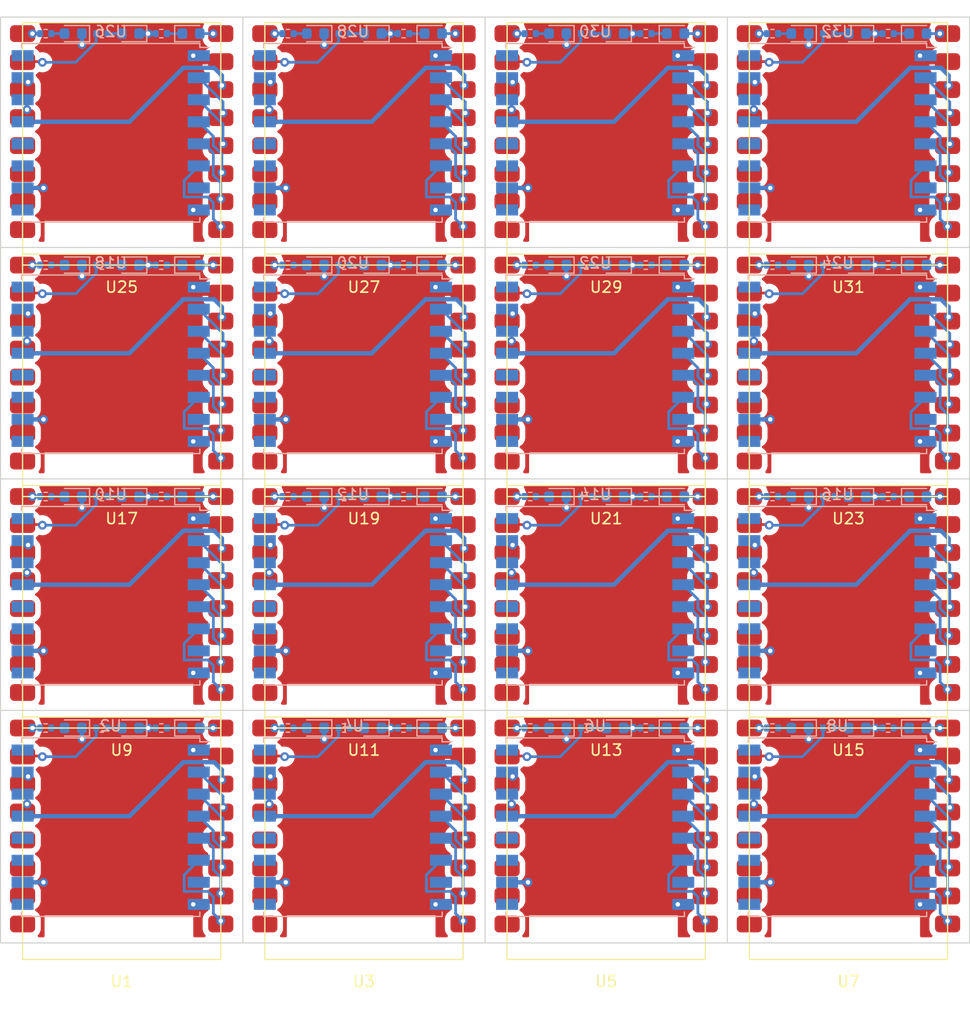
<source format=kicad_pcb>
(kicad_pcb (version 20211014) (generator pcbnew)
  (layers (0 "F.Cu" signal) (31 "B.Cu" signal) (34 "B.Paste" user) (35 "F.Paste" user) (36 "B.SilkS" user "B.Silkscreen") (37 "F.SilkS" user "F.Silkscreen") (38 "B.Mask" user) (39 "F.Mask" user) (44 "Edge.Cuts" user))
  (net 0 "")
  (net 9 "/DIO1")
  (net 10 "/DIO0")
  (net 11 "/SPI_MISO")
  (net 12 "/SPI_MOSI")
  (net 13 "/SPI_SCK")
  (net 14 "/SPI_NSS")
  (net 15 "/RESET")
  (net 16 "GND")
  (net 17 "+3.3V")
  (net 18 "Net-(D2-Pad2)")
  (net 19 "Net-(D3-Pad2)")
  (net 20 "Net-(U1-Pad1)")
  (net 21 "Net-(U1-Pad2)")
  (net 22 "Net-(R1-Pad2)")
  (net 24 "Net-(D3-Pad1)")
  (footprint "ESP32:ESP32-C3 SuperMini" (layer "F.Cu") (at 184 49.5)
    (fp_text reference "U29")
    (fp_text value "ESP32-C3_SuperMini")
  )
  (footprint "ESP32:ESP32-C3 SuperMini" (layer "F.Cu") (at 184 91.5)
    (fp_text reference "U13")
    (fp_text value "ESP32-C3_SuperMini")
  )
  (footprint "ESP32:ESP32-C3 SuperMini" (layer "F.Cu") (at 162 112.5)
    (fp_text reference "U3")
    (fp_text value "ESP32-C3_SuperMini")
  )
  (footprint "ESP32:ESP32-C3 SuperMini" (layer "F.Cu") (at 140 112.5)
    (fp_text reference "U1")
    (fp_text value "ESP32-C3_SuperMini")
  )
  (footprint "ESP32:ESP32-C3 SuperMini" (layer "F.Cu") (at 140 91.5)
    (fp_text reference "U9")
    (fp_text value "ESP32-C3_SuperMini")
  )
  (footprint "ESP32:ESP32-C3 SuperMini" (layer "F.Cu") (at 184 70.5)
    (fp_text reference "U21")
    (fp_text value "ESP32-C3_SuperMini")
  )
  (footprint "ESP32:ESP32-C3 SuperMini" (layer "F.Cu") (at 140 70.5)
    (fp_text reference "U17")
    (fp_text value "ESP32-C3_SuperMini")
  )
  (footprint "ESP32:ESP32-C3 SuperMini" (layer "F.Cu") (at 162 70.5)
    (fp_text reference "U19")
    (fp_text value "ESP32-C3_SuperMini")
  )
  (footprint "ESP32:ESP32-C3 SuperMini" (layer "F.Cu") (at 162 91.5)
    (fp_text reference "U11")
    (fp_text value "ESP32-C3_SuperMini")
  )
  (footprint "ESP32:ESP32-C3 SuperMini" (layer "F.Cu") (at 162 49.5)
    (fp_text reference "U27")
    (fp_text value "ESP32-C3_SuperMini")
  )
  (footprint "ESP32:ESP32-C3 SuperMini" (layer "F.Cu") (at 140 49.5)
    (fp_text reference "U25")
    (fp_text value "ESP32-C3_SuperMini")
  )
  (footprint "ESP32:ESP32-C3 SuperMini" (layer "F.Cu") (at 184 112.5)
    (fp_text reference "U5")
    (fp_text value "ESP32-C3_SuperMini")
  )
  (footprint "ESP32:ESP32-C3 SuperMini" (layer "F.Cu") (at 206 112.5)
    (fp_text reference "U7")
    (fp_text value "ESP32-C3_SuperMini")
  )
  (footprint "ESP32:ESP32-C3 SuperMini" (layer "F.Cu") (at 206 49.5)
    (fp_text reference "U31")
    (fp_text value "ESP32-C3_SuperMini")
  )
  (footprint "ESP32:ESP32-C3 SuperMini" (layer "F.Cu") (at 206 91.5)
    (fp_text reference "U15")
    (fp_text value "ESP32-C3_SuperMini")
  )
  (footprint "ESP32:ESP32-C3 SuperMini" (layer "F.Cu") (at 206 70.5)
    (fp_text reference "U23")
    (fp_text value "ESP32-C3_SuperMini")
  )
  (footprint "LED_SMD:LED_0603_1608Metric" (layer "B.Cu") (at 162.8 82.5 180)
    (fp_text reference "D17" hide)
    (fp_text value "LED")
  )
  (footprint "LED_SMD:LED_0603_1608Metric" (layer "B.Cu") (at 140.8 103.5 180)
    (fp_text reference "D2" hide)
    (fp_text value "LED")
  )
  (footprint "LED_SMD:LED_0603_1608Metric" (layer "B.Cu") (at 179.6 103.5 180)
    (fp_text reference "D7" hide)
    (fp_text value "LED")
  )
  (footprint "Resistor_SMD:R_0402_1005Metric" (layer "B.Cu") (at 165.6 40.5 180)
    (fp_text reference "R42" hide)
    (fp_text value "1K")
  )
  (footprint "LED_SMD:LED_0603_1608Metric" (layer "B.Cu") (at 162.8 103.5 180)
    (fp_text reference "D5" hide)
    (fp_text value "LED")
  )
  (footprint "Resistor_SMD:R_0402_1005Metric" (layer "B.Cu") (at 143.6 82.5 180)
    (fp_text reference "R15" hide)
    (fp_text value "1K")
  )
  (footprint "Resistor_SMD:R_0402_1005Metric" (layer "B.Cu") (at 160.2 40.5)
    (fp_text reference "R41" hide)
    (fp_text value "1K")
  )
  (footprint "Resistor_SMD:R_0402_1005Metric" (layer "B.Cu") (at 165.6 61.5 180)
    (fp_text reference "R30" hide)
    (fp_text value "1K")
  )
  (footprint "LED_SMD:LED_0603_1608Metric" (layer "B.Cu") (at 157.6 61.5 180)
    (fp_text reference "D28" hide)
    (fp_text value "LED")
  )
  (footprint "Resistor_SMD:R_0402_1005Metric" (layer "B.Cu") (at 209.6 82.5 180)
    (fp_text reference "R24" hide)
    (fp_text value "1K")
  )
  (footprint "Resistor_SMD:R_0402_1005Metric" (layer "B.Cu") (at 177.1 61.5)
    (fp_text reference "R31" hide)
    (fp_text value "1K")
  )
  (footprint "RF_Module:HOPERF_RFM9XW_SMD" (layer "B.Cu") (at 139 112.5 180)
    (fp_text reference "U2")
    (fp_text value "RFM95W-868S2")
  )
  (footprint "LED_SMD:LED_0603_1608Metric" (layer "B.Cu") (at 140.8 82.5 180)
    (fp_text reference "D14" hide)
    (fp_text value "LED")
  )
  (footprint "LED_SMD:LED_0603_1608Metric" (layer "B.Cu") (at 168.3 82.5)
    (fp_text reference "D18" hide)
    (fp_text value "LED")
  )
  (footprint "RF_Module:HOPERF_RFM9XW_SMD" (layer "B.Cu") (at 139 49.5 180)
    (fp_text reference "U26")
    (fp_text value "RFM95W-868S2")
  )
  (footprint "LED_SMD:LED_0603_1608Metric" (layer "B.Cu") (at 146.3 40.5)
    (fp_text reference "D39" hide)
    (fp_text value "LED")
  )
  (footprint "LED_SMD:LED_0603_1608Metric" (layer "B.Cu") (at 184.8 103.5 180)
    (fp_text reference "D8" hide)
    (fp_text value "LED")
  )
  (footprint "Resistor_SMD:R_0402_1005Metric" (layer "B.Cu") (at 160.2 61.5)
    (fp_text reference "R29" hide)
    (fp_text value "1K")
  )
  (footprint "LED_SMD:LED_0603_1608Metric" (layer "B.Cu") (at 135.6 61.5 180)
    (fp_text reference "D25" hide)
    (fp_text value "LED")
  )
  (footprint "LED_SMD:LED_0603_1608Metric" (layer "B.Cu") (at 212.3 103.5)
    (fp_text reference "D12" hide)
    (fp_text value "LED")
  )
  (footprint "LED_SMD:LED_0603_1608Metric" (layer "B.Cu") (at 140.8 40.5 180)
    (fp_text reference "D38" hide)
    (fp_text value "LED")
  )
  (footprint "LED_SMD:LED_0603_1608Metric" (layer "B.Cu") (at 157.6 103.5 180)
    (fp_text reference "D4" hide)
    (fp_text value "LED")
  )
  (footprint "LED_SMD:LED_0603_1608Metric" (layer "B.Cu") (at 190.3 61.5)
    (fp_text reference "D33" hide)
    (fp_text value "LED")
  )
  (footprint "LED_SMD:LED_0603_1608Metric" (layer "B.Cu") (at 184.8 61.5 180)
    (fp_text reference "D32" hide)
    (fp_text value "LED")
  )
  (footprint "Resistor_SMD:R_0402_1005Metric" (layer "B.Cu") (at 133.1 103.5)
    (fp_text reference "R1" hide)
    (fp_text value "1K")
  )
  (footprint "LED_SMD:LED_0603_1608Metric" (layer "B.Cu") (at 179.6 61.5 180)
    (fp_text reference "D31" hide)
    (fp_text value "LED")
  )
  (footprint "Resistor_SMD:R_0402_1005Metric" (layer "B.Cu") (at 160.2 103.5)
    (fp_text reference "R5" hide)
    (fp_text value "1K")
  )
  (footprint "LED_SMD:LED_0603_1608Metric" (layer "B.Cu") (at 146.3 82.5)
    (fp_text reference "D15" hide)
    (fp_text value "LED")
  )
  (footprint "Resistor_SMD:R_0402_1005Metric" (layer "B.Cu") (at 187.6 61.5 180)
    (fp_text reference "R33" hide)
    (fp_text value "1K")
  )
  (footprint "LED_SMD:LED_0603_1608Metric" (layer "B.Cu") (at 190.3 40.5)
    (fp_text reference "D45" hide)
    (fp_text value "LED")
  )
  (footprint "RF_Module:HOPERF_RFM9XW_SMD" (layer "B.Cu") (at 183 49.5 180)
    (fp_text reference "U30")
    (fp_text value "RFM95W-868S2")
  )
  (footprint "LED_SMD:LED_0603_1608Metric" (layer "B.Cu") (at 201.6 61.5 180)
    (fp_text reference "D34" hide)
    (fp_text value "LED")
  )
  (footprint "Resistor_SMD:R_0402_1005Metric" (layer "B.Cu") (at 133.1 40.5)
    (fp_text reference "R37" hide)
    (fp_text value "1K")
  )
  (footprint "Resistor_SMD:R_0402_1005Metric" (layer "B.Cu") (at 143.6 61.5 180)
    (fp_text reference "R27" hide)
    (fp_text value "1K")
  )
  (footprint "Resistor_SMD:R_0402_1005Metric" (layer "B.Cu") (at 182.2 103.5)
    (fp_text reference "R8" hide)
    (fp_text value "1K")
  )
  (footprint "RF_Module:HOPERF_RFM9XW_SMD" (layer "B.Cu") (at 161 49.5 180)
    (fp_text reference "U28")
    (fp_text value "RFM95W-868S2")
  )
  (footprint "LED_SMD:LED_0603_1608Metric" (layer "B.Cu") (at 168.3 61.5)
    (fp_text reference "D30" hide)
    (fp_text value "LED")
  )
  (footprint "LED_SMD:LED_0603_1608Metric" (layer "B.Cu") (at 206.8 61.5 180)
    (fp_text reference "D35" hide)
    (fp_text value "LED")
  )
  (footprint "Resistor_SMD:R_0402_1005Metric" (layer "B.Cu") (at 182.2 82.5)
    (fp_text reference "R20" hide)
    (fp_text value "1K")
  )
  (footprint "Resistor_SMD:R_0402_1005Metric" (layer "B.Cu") (at 187.6 103.5 180)
    (fp_text reference "R9" hide)
    (fp_text value "1K")
  )
  (footprint "LED_SMD:LED_0603_1608Metric" (layer "B.Cu") (at 206.8 82.5 180)
    (fp_text reference "D23" hide)
    (fp_text value "LED")
  )
  (footprint "Resistor_SMD:R_0402_1005Metric" (layer "B.Cu") (at 187.6 40.5 180)
    (fp_text reference "R45" hide)
    (fp_text value "1K")
  )
  (footprint "RF_Module:HOPERF_RFM9XW_SMD" (layer "B.Cu") (at 139 91.5 180)
    (fp_text reference "U10")
    (fp_text value "RFM95W-868S2")
  )
  (footprint "Resistor_SMD:R_0402_1005Metric" (layer "B.Cu") (at 204.2 61.5)
    (fp_text reference "R35" hide)
    (fp_text value "1K")
  )
  (footprint "Resistor_SMD:R_0402_1005Metric" (layer "B.Cu") (at 138.2 103.5)
    (fp_text reference "R2" hide)
    (fp_text value "1K")
  )
  (footprint "LED_SMD:LED_0603_1608Metric" (layer "B.Cu") (at 190.3 82.5)
    (fp_text reference "D21" hide)
    (fp_text value "LED")
  )
  (footprint "LED_SMD:LED_0603_1608Metric" (layer "B.Cu") (at 212.3 82.5)
    (fp_text reference "D24" hide)
    (fp_text value "LED")
  )
  (footprint "Resistor_SMD:R_0402_1005Metric" (layer "B.Cu") (at 182.2 40.5)
    (fp_text reference "R44" hide)
    (fp_text value "1K")
  )
  (footprint "Resistor_SMD:R_0402_1005Metric" (layer "B.Cu") (at 204.2 82.5)
    (fp_text reference "R23" hide)
    (fp_text value "1K")
  )
  (footprint "RF_Module:HOPERF_RFM9XW_SMD" (layer "B.Cu") (at 183 91.5 180)
    (fp_text reference "U14")
    (fp_text value "RFM95W-868S2")
  )
  (footprint "Resistor_SMD:R_0402_1005Metric" (layer "B.Cu") (at 165.6 82.5 180)
    (fp_text reference "R18" hide)
    (fp_text value "1K")
  )
  (footprint "LED_SMD:LED_0603_1608Metric" (layer "B.Cu") (at 206.8 103.5 180)
    (fp_text reference "D11" hide)
    (fp_text value "LED")
  )
  (footprint "RF_Module:HOPERF_RFM9XW_SMD" (layer "B.Cu") (at 161 112.5 180)
    (fp_text reference "U4")
    (fp_text value "RFM95W-868S2")
  )
  (footprint "Resistor_SMD:R_0402_1005Metric" (layer "B.Cu") (at 199.1 82.5)
    (fp_text reference "R22" hide)
    (fp_text value "1K")
  )
  (footprint "LED_SMD:LED_0603_1608Metric" (layer "B.Cu") (at 140.8 61.5 180)
    (fp_text reference "D26" hide)
    (fp_text value "LED")
  )
  (footprint "LED_SMD:LED_0603_1608Metric" (layer "B.Cu") (at 190.3 103.5)
    (fp_text reference "D9" hide)
    (fp_text value "LED")
  )
  (footprint "LED_SMD:LED_0603_1608Metric" (layer "B.Cu") (at 146.3 61.5)
    (fp_text reference "D27" hide)
    (fp_text value "LED")
  )
  (footprint "Resistor_SMD:R_0402_1005Metric" (layer "B.Cu") (at 160.2 82.5)
    (fp_text reference "R17" hide)
    (fp_text value "1K")
  )
  (footprint "RF_Module:HOPERF_RFM9XW_SMD" (layer "B.Cu") (at 139 70.5 180)
    (fp_text reference "U18")
    (fp_text value "RFM95W-868S2")
  )
  (footprint "LED_SMD:LED_0603_1608Metric" (layer "B.Cu") (at 168.3 103.5)
    (fp_text reference "D6" hide)
    (fp_text value "LED")
  )
  (footprint "Resistor_SMD:R_0402_1005Metric" (layer "B.Cu") (at 199.1 103.5)
    (fp_text reference "R10" hide)
    (fp_text value "1K")
  )
  (footprint "LED_SMD:LED_0603_1608Metric" (layer "B.Cu") (at 157.6 82.5 180)
    (fp_text reference "D16" hide)
    (fp_text value "LED")
  )
  (footprint "Resistor_SMD:R_0402_1005Metric" (layer "B.Cu") (at 204.2 40.5)
    (fp_text reference "R47" hide)
    (fp_text value "1K")
  )
  (footprint "Resistor_SMD:R_0402_1005Metric" (layer "B.Cu") (at 133.1 82.5)
    (fp_text reference "R13" hide)
    (fp_text value "1K")
  )
  (footprint "Resistor_SMD:R_0402_1005Metric" (layer "B.Cu") (at 143.6 40.5 180)
    (fp_text reference "R39" hide)
    (fp_text value "1K")
  )
  (footprint "LED_SMD:LED_0603_1608Metric" (layer "B.Cu") (at 179.6 82.5 180)
    (fp_text reference "D19" hide)
    (fp_text value "LED")
  )
  (footprint "Resistor_SMD:R_0402_1005Metric" (layer "B.Cu") (at 177.1 82.5)
    (fp_text reference "R19" hide)
    (fp_text value "1K")
  )
  (footprint "LED_SMD:LED_0603_1608Metric" (layer "B.Cu") (at 135.6 103.5 180)
    (fp_text reference "D1" hide)
    (fp_text value "LED")
  )
  (footprint "Resistor_SMD:R_0402_1005Metric" (layer "B.Cu") (at 138.2 40.5)
    (fp_text reference "R38" hide)
    (fp_text value "1K")
  )
  (footprint "Resistor_SMD:R_0402_1005Metric" (layer "B.Cu") (at 155.1 40.5)
    (fp_text reference "R40" hide)
    (fp_text value "1K")
  )
  (footprint "LED_SMD:LED_0603_1608Metric" (layer "B.Cu") (at 184.8 40.5 180)
    (fp_text reference "D44" hide)
    (fp_text value "LED")
  )
  (footprint "LED_SMD:LED_0603_1608Metric" (layer "B.Cu") (at 168.3 40.5)
    (fp_text reference "D42" hide)
    (fp_text value "LED")
  )
  (footprint "Resistor_SMD:R_0402_1005Metric" (layer "B.Cu") (at 209.6 40.5 180)
    (fp_text reference "R48" hide)
    (fp_text value "1K")
  )
  (footprint "Resistor_SMD:R_0402_1005Metric" (layer "B.Cu") (at 177.1 40.5)
    (fp_text reference "R43" hide)
    (fp_text value "1K")
  )
  (footprint "LED_SMD:LED_0603_1608Metric" (layer "B.Cu") (at 201.6 40.5 180)
    (fp_text reference "D46" hide)
    (fp_text value "LED")
  )
  (footprint "LED_SMD:LED_0603_1608Metric" (layer "B.Cu") (at 212.3 40.5)
    (fp_text reference "D48" hide)
    (fp_text value "LED")
  )
  (footprint "Resistor_SMD:R_0402_1005Metric" (layer "B.Cu") (at 209.6 103.5 180)
    (fp_text reference "R12" hide)
    (fp_text value "1K")
  )
  (footprint "LED_SMD:LED_0603_1608Metric" (layer "B.Cu") (at 146.3 103.5)
    (fp_text reference "D3" hide)
    (fp_text value "LED")
  )
  (footprint "LED_SMD:LED_0603_1608Metric" (layer "B.Cu") (at 212.3 61.5)
    (fp_text reference "D36" hide)
    (fp_text value "LED")
  )
  (footprint "RF_Module:HOPERF_RFM9XW_SMD" (layer "B.Cu") (at 183 112.5 180)
    (fp_text reference "U6")
    (fp_text value "RFM95W-868S2")
  )
  (footprint "LED_SMD:LED_0603_1608Metric" (layer "B.Cu") (at 201.6 103.5 180)
    (fp_text reference "D10" hide)
    (fp_text value "LED")
  )
  (footprint "Resistor_SMD:R_0402_1005Metric" (layer "B.Cu") (at 143.6 103.5 180)
    (fp_text reference "R3" hide)
    (fp_text value "1K")
  )
  (footprint "Resistor_SMD:R_0402_1005Metric" (layer "B.Cu") (at 155.1 103.5)
    (fp_text reference "R4" hide)
    (fp_text value "1K")
  )
  (footprint "LED_SMD:LED_0603_1608Metric" (layer "B.Cu") (at 206.8 40.5 180)
    (fp_text reference "D47" hide)
    (fp_text value "LED")
  )
  (footprint "Resistor_SMD:R_0402_1005Metric" (layer "B.Cu") (at 138.2 82.5)
    (fp_text reference "R14" hide)
    (fp_text value "1K")
  )
  (footprint "LED_SMD:LED_0603_1608Metric" (layer "B.Cu") (at 162.8 40.5 180)
    (fp_text reference "D41" hide)
    (fp_text value "LED")
  )
  (footprint "Resistor_SMD:R_0402_1005Metric" (layer "B.Cu") (at 199.1 40.5)
    (fp_text reference "R46" hide)
    (fp_text value "1K")
  )
  (footprint "Resistor_SMD:R_0402_1005Metric" (layer "B.Cu") (at 138.2 61.5)
    (fp_text reference "R26" hide)
    (fp_text value "1K")
  )
  (footprint "RF_Module:HOPERF_RFM9XW_SMD" (layer "B.Cu") (at 161 91.5 180)
    (fp_text reference "U12")
    (fp_text value "RFM95W-868S2")
  )
  (footprint "Resistor_SMD:R_0402_1005Metric" (layer "B.Cu") (at 204.2 103.5)
    (fp_text reference "R11" hide)
    (fp_text value "1K")
  )
  (footprint "RF_Module:HOPERF_RFM9XW_SMD" (layer "B.Cu") (at 161 70.5 180)
    (fp_text reference "U20")
    (fp_text value "RFM95W-868S2")
  )
  (footprint "Resistor_SMD:R_0402_1005Metric" (layer "B.Cu") (at 133.1 61.5)
    (fp_text reference "R25" hide)
    (fp_text value "1K")
  )
  (footprint "LED_SMD:LED_0603_1608Metric" (layer "B.Cu") (at 135.6 82.5 180)
    (fp_text reference "D13" hide)
    (fp_text value "LED")
  )
  (footprint "RF_Module:HOPERF_RFM9XW_SMD" (layer "B.Cu") (at 205 49.5 180)
    (fp_text reference "U32")
    (fp_text value "RFM95W-868S2")
  )
  (footprint "LED_SMD:LED_0603_1608Metric" (layer "B.Cu") (at 184.8 82.5 180)
    (fp_text reference "D20" hide)
    (fp_text value "LED")
  )
  (footprint "Resistor_SMD:R_0402_1005Metric" (layer "B.Cu") (at 187.6 82.5 180)
    (fp_text reference "R21" hide)
    (fp_text value "1K")
  )
  (footprint "Resistor_SMD:R_0402_1005Metric" (layer "B.Cu") (at 209.6 61.5 180)
    (fp_text reference "R36" hide)
    (fp_text value "1K")
  )
  (footprint "Resistor_SMD:R_0402_1005Metric" (layer "B.Cu") (at 177.1 103.5)
    (fp_text reference "R7" hide)
    (fp_text value "1K")
  )
  (footprint "Resistor_SMD:R_0402_1005Metric" (layer "B.Cu") (at 165.6 103.5 180)
    (fp_text reference "R6" hide)
    (fp_text value "1K")
  )
  (footprint "LED_SMD:LED_0603_1608Metric" (layer "B.Cu") (at 179.6 40.5 180)
    (fp_text reference "D43" hide)
    (fp_text value "LED")
  )
  (footprint "RF_Module:HOPERF_RFM9XW_SMD" (layer "B.Cu") (at 205 112.5 180)
    (fp_text reference "U8")
    (fp_text value "RFM95W-868S2")
  )
  (footprint "LED_SMD:LED_0603_1608Metric" (layer "B.Cu") (at 162.8 61.5 180)
    (fp_text reference "D29" hide)
    (fp_text value "LED")
  )
  (footprint "LED_SMD:LED_0603_1608Metric" (layer "B.Cu") (at 135.6 40.5 180)
    (fp_text reference "D37" hide)
    (fp_text value "LED")
  )
  (footprint "RF_Module:HOPERF_RFM9XW_SMD" (layer "B.Cu") (at 205 70.5 180)
    (fp_text reference "U24")
    (fp_text value "RFM95W-868S2")
  )
  (footprint "LED_SMD:LED_0603_1608Metric" (layer "B.Cu") (at 157.6 40.5 180)
    (fp_text reference "D40" hide)
    (fp_text value "LED")
  )
  (footprint "RF_Module:HOPERF_RFM9XW_SMD" (layer "B.Cu") (at 205 91.5 180)
    (fp_text reference "U16")
    (fp_text value "RFM95W-868S2")
  )
  (footprint "Resistor_SMD:R_0402_1005Metric" (layer "B.Cu") (at 155.1 82.5)
    (fp_text reference "R16" hide)
    (fp_text value "1K")
  )
  (footprint "Resistor_SMD:R_0402_1005Metric" (layer "B.Cu") (at 199.1 61.5)
    (fp_text reference "R34" hide)
    (fp_text value "1K")
  )
  (footprint "RF_Module:HOPERF_RFM9XW_SMD" (layer "B.Cu") (at 183 70.5 180)
    (fp_text reference "U22")
    (fp_text value "RFM95W-868S2")
  )
  (footprint "Resistor_SMD:R_0402_1005Metric" (layer "B.Cu") (at 155.1 61.5)
    (fp_text reference "R28" hide)
    (fp_text value "1K")
  )
  (footprint "LED_SMD:LED_0603_1608Metric" (layer "B.Cu") (at 201.6 82.5 180)
    (fp_text reference "D22" hide)
    (fp_text value "LED")
  )
  (footprint "Resistor_SMD:R_0402_1005Metric" (layer "B.Cu") (at 182.2 61.5)
    (fp_text reference "R32" hide)
    (fp_text value "1K")
  )
  (gr_line (start 129 80.9) (end 217 80.9) (layer "Edge.Cuts") (width 0.1))
  (gr_rect (start 129 123) (end 217 39) (layer "Edge.Cuts") (width 0.1) (fill none))
  (gr_line (start 173 39) (end 173 123) (layer "Edge.Cuts") (width 0.1))
  (gr_line (start 151 39) (end 151 123) (layer "Edge.Cuts") (width 0.1))
  (gr_line (start 129 59.9) (end 217 59.9) (layer "Edge.Cuts") (width 0.1))
  (gr_line (start 129 101.9) (end 217 101.9) (layer "Edge.Cuts") (width 0.1))
  (gr_line (start 195 39) (end 195 123) (layer "Edge.Cuts") (width 0.1))
  (via (at 175.5 86.9) (size 0.8) (drill 0.4) (layers "F.Cu" "B.Cu") (net 9))
  (via (at 175.5 44.9) (size 0.8) (drill 0.4) (layers "F.Cu" "B.Cu") (net 9))
  (via (at 175.5 65.9) (size 0.8) (drill 0.4) (layers "F.Cu" "B.Cu") (net 9))
  (via (at 175.5 107.9) (size 0.8) (drill 0.4) (layers "F.Cu" "B.Cu") (net 9))
  (via (at 131.5 107.9) (size 0.8) (drill 0.4) (layers "F.Cu" "B.Cu") (net 9))
  (via (at 153.5 86.9) (size 0.8) (drill 0.4) (layers "F.Cu" "B.Cu") (net 9))
  (via (at 153.5 107.9) (size 0.8) (drill 0.4) (layers "F.Cu" "B.Cu") (net 9))
  (via (at 131.5 65.9) (size 0.8) (drill 0.4) (layers "F.Cu" "B.Cu") (net 9))
  (via (at 153.5 44.9) (size 0.8) (drill 0.4) (layers "F.Cu" "B.Cu") (net 9))
  (via (at 197.5 107.9) (size 0.8) (drill 0.4) (layers "F.Cu" "B.Cu") (net 9))
  (via (at 153.5 65.9) (size 0.8) (drill 0.4) (layers "F.Cu" "B.Cu") (net 9))
  (via (at 197.5 86.9) (size 0.8) (drill 0.4) (layers "F.Cu" "B.Cu") (net 9))
  (via (at 197.5 44.9) (size 0.8) (drill 0.4) (layers "F.Cu" "B.Cu") (net 9))
  (via (at 131.5 44.9) (size 0.8) (drill 0.4) (layers "F.Cu" "B.Cu") (net 9))
  (via (at 131.5 86.9) (size 0.8) (drill 0.4) (layers "F.Cu" "B.Cu") (net 9))
  (via (at 197.5 65.9) (size 0.8) (drill 0.4) (layers "F.Cu" "B.Cu") (net 9))
  (via (at 175.4 89.4) (size 0.8) (drill 0.4) (layers "F.Cu" "B.Cu") (net 10))
  (via (at 175.4 47.4) (size 0.8) (drill 0.4) (layers "F.Cu" "B.Cu") (net 10))
  (via (at 175.4 110.4) (size 0.8) (drill 0.4) (layers "F.Cu" "B.Cu") (net 10))
  (via (at 131.4 47.4) (size 0.8) (drill 0.4) (layers "F.Cu" "B.Cu") (net 10))
  (via (at 153.4 110.4) (size 0.8) (drill 0.4) (layers "F.Cu" "B.Cu") (net 10))
  (via (at 197.4 110.4) (size 0.8) (drill 0.4) (layers "F.Cu" "B.Cu") (net 10))
  (via (at 153.4 89.4) (size 0.8) (drill 0.4) (layers "F.Cu" "B.Cu") (net 10))
  (via (at 197.4 89.4) (size 0.8) (drill 0.4) (layers "F.Cu" "B.Cu") (net 10))
  (via (at 131.4 89.4) (size 0.8) (drill 0.4) (layers "F.Cu" "B.Cu") (net 10))
  (via (at 197.4 47.4) (size 0.8) (drill 0.4) (layers "F.Cu" "B.Cu") (net 10))
  (via (at 153.4 47.4) (size 0.8) (drill 0.4) (layers "F.Cu" "B.Cu") (net 10))
  (via (at 131.4 110.4) (size 0.8) (drill 0.4) (layers "F.Cu" "B.Cu") (net 10))
  (via (at 175.4 68.4) (size 0.8) (drill 0.4) (layers "F.Cu" "B.Cu") (net 10))
  (via (at 197.4 68.4) (size 0.8) (drill 0.4) (layers "F.Cu" "B.Cu") (net 10))
  (via (at 131.4 68.4) (size 0.8) (drill 0.4) (layers "F.Cu" "B.Cu") (net 10))
  (via (at 153.4 68.4) (size 0.8) (drill 0.4) (layers "F.Cu" "B.Cu") (net 10))
  (segment (start 197.4 47.4) (end 197.4 46.9) (width 0.25) (layer "B.Cu") (net 10))
  (segment (start 175.4 89.4) (end 175.4 88.9) (width 0.25) (layer "B.Cu") (net 10))
  (segment (start 197.4 68.4) (end 197.4 67.9) (width 0.25) (layer "B.Cu") (net 10))
  (segment (start 153.4 47.4) (end 153.4 46.9) (width 0.25) (layer "B.Cu") (net 10))
  (segment (start 197.4 109.9) (end 197 109.5) (width 0.25) (layer "B.Cu") (net 10))
  (segment (start 175.4 68.4) (end 175.4 67.9) (width 0.25) (layer "B.Cu") (net 10))
  (segment (start 197.4 110.4) (end 197.4 109.9) (width 0.25) (layer "B.Cu") (net 10))
  (segment (start 197.4 89.4) (end 197.4 88.9) (width 0.25) (layer "B.Cu") (net 10))
  (segment (start 153.4 46.9) (end 153 46.5) (width 0.25) (layer "B.Cu") (net 10))
  (segment (start 153.4 89.4) (end 153.4 88.9) (width 0.25) (layer "B.Cu") (net 10))
  (segment (start 175.4 88.9) (end 175 88.5) (width 0.25) (layer "B.Cu") (net 10))
  (segment (start 175.4 46.9) (end 175 46.5) (width 0.25) (layer "B.Cu") (net 10))
  (segment (start 197.4 67.9) (end 197 67.5) (width 0.25) (layer "B.Cu") (net 10))
  (segment (start 131.4 68.4) (end 131.4 67.9) (width 0.25) (layer "B.Cu") (net 10))
  (segment (start 175.4 110.4) (end 175.4 109.9) (width 0.25) (layer "B.Cu") (net 10))
  (segment (start 197.4 88.9) (end 197 88.5) (width 0.25) (layer "B.Cu") (net 10))
  (segment (start 131.4 89.4) (end 131.4 88.9) (width 0.25) (layer "B.Cu") (net 10))
  (segment (start 131.4 109.9) (end 131 109.5) (width 0.25) (layer "B.Cu") (net 10))
  (segment (start 153.4 109.9) (end 153 109.5) (width 0.25) (layer "B.Cu") (net 10))
  (segment (start 197.4 46.9) (end 197 46.5) (width 0.25) (layer "B.Cu") (net 10))
  (segment (start 153.4 110.4) (end 153.4 109.9) (width 0.25) (layer "B.Cu") (net 10))
  (segment (start 175.4 109.9) (end 175 109.5) (width 0.25) (layer "B.Cu") (net 10))
  (segment (start 131.4 67.9) (end 131 67.5) (width 0.25) (layer "B.Cu") (net 10))
  (segment (start 131.4 88.9) (end 131 88.5) (width 0.25) (layer "B.Cu") (net 10))
  (segment (start 131.4 110.4) (end 131.4 109.9) (width 0.25) (layer "B.Cu") (net 10))
  (segment (start 153.4 67.9) (end 153 67.5) (width 0.25) (layer "B.Cu") (net 10))
  (segment (start 153.4 68.4) (end 153.4 67.9) (width 0.25) (layer "B.Cu") (net 10))
  (segment (start 131.4 47.4) (end 131.4 46.9) (width 0.25) (layer "B.Cu") (net 10))
  (segment (start 153.4 88.9) (end 153 88.5) (width 0.25) (layer "B.Cu") (net 10))
  (segment (start 175.4 47.4) (end 175.4 46.9) (width 0.25) (layer "B.Cu") (net 10))
  (segment (start 131.4 46.9) (end 131 46.5) (width 0.25) (layer "B.Cu") (net 10))
  (segment (start 175.4 67.9) (end 175 67.5) (width 0.25) (layer "B.Cu") (net 10))
  (via (at 193.2 89.7) (size 0.8) (drill 0.4) (layers "F.Cu" "B.Cu") (net 11))
  (via (at 171.2 47.7) (size 0.8) (drill 0.4) (layers "F.Cu" "B.Cu") (net 11))
  (via (at 215.2 47.7) (size 0.8) (drill 0.4) (layers "F.Cu" "B.Cu") (net 11))
  (via (at 215.2 89.7) (size 0.8) (drill 0.4) (layers "F.Cu" "B.Cu") (net 11))
  (via (at 149.2 89.7) (size 0.8) (drill 0.4) (layers "F.Cu" "B.Cu") (net 11))
  (via (at 215.2 68.7) (size 0.8) (drill 0.4) (layers "F.Cu" "B.Cu") (net 11))
  (via (at 193.2 47.7) (size 0.8) (drill 0.4) (layers "F.Cu" "B.Cu") (net 11))
  (via (at 215.2 110.7) (size 0.8) (drill 0.4) (layers "F.Cu" "B.Cu") (net 11))
  (via (at 149.2 47.7) (size 0.8) (drill 0.4) (layers "F.Cu" "B.Cu") (net 11))
  (via (at 171.2 89.7) (size 0.8) (drill 0.4) (layers "F.Cu" "B.Cu") (net 11))
  (via (at 171.2 110.7) (size 0.8) (drill 0.4) (layers "F.Cu" "B.Cu") (net 11))
  (via (at 149.2 68.7) (size 0.8) (drill 0.4) (layers "F.Cu" "B.Cu") (net 11))
  (via (at 171.2 68.7) (size 0.8) (drill 0.4) (layers "F.Cu" "B.Cu") (net 11))
  (via (at 193.2 68.7) (size 0.8) (drill 0.4) (layers "F.Cu" "B.Cu") (net 11))
  (via (at 193.2 110.7) (size 0.8) (drill 0.4) (layers "F.Cu" "B.Cu") (net 11))
  (via (at 149.2 110.7) (size 0.8) (drill 0.4) (layers "F.Cu" "B.Cu") (net 11))
  (segment (start 193.2 46.7) (end 191 44.5) (width 0.25) (layer "B.Cu") (net 11))
  (segment (start 215.2 109.7) (end 213 107.5) (width 0.25) (layer "B.Cu") (net 11))
  (segment (start 149.2 88.7) (end 147 86.5) (width 0.25) (layer "B.Cu") (net 11))
  (segment (start 149.2 46.7) (end 147 44.5) (width 0.25) (layer "B.Cu") (net 11))
  (segment (start 215.2 110.7) (end 215.2 109.7) (width 0.25) (layer "B.Cu") (net 11))
  (segment (start 215.2 88.7) (end 213 86.5) (width 0.25) (layer "B.Cu") (net 11))
  (segment (start 149.2 110.7) (end 149.2 109.7) (width 0.25) (layer "B.Cu") (net 11))
  (segment (start 193.2 89.7) (end 193.2 88.7) (width 0.25) (layer "B.Cu") (net 11))
  (segment (start 149.2 68.7) (end 149.2 67.7) (width 0.25) (layer "B.Cu") (net 11))
  (segment (start 193.2 47.7) (end 193.2 46.7) (width 0.25) (layer "B.Cu") (net 11))
  (segment (start 215.2 46.7) (end 213 44.5) (width 0.25) (layer "B.Cu") (net 11))
  (segment (start 149.2 109.7) (end 147 107.5) (width 0.25) (layer "B.Cu") (net 11))
  (segment (start 171.2 67.7) (end 169 65.5) (width 0.25) (layer "B.Cu") (net 11))
  (segment (start 149.2 89.7) (end 149.2 88.7) (width 0.25) (layer "B.Cu") (net 11))
  (segment (start 215.2 47.7) (end 215.2 46.7) (width 0.25) (layer "B.Cu") (net 11))
  (segment (start 193.2 88.7) (end 191 86.5) (width 0.25) (layer "B.Cu") (net 11))
  (segment (start 171.2 110.7) (end 171.2 109.7) (width 0.25) (layer "B.Cu") (net 11))
  (segment (start 193.2 67.7) (end 191 65.5) (width 0.25) (layer "B.Cu") (net 11))
  (segment (start 193.2 110.7) (end 193.2 109.7) (width 0.25) (layer "B.Cu") (net 11))
  (segment (start 149.2 67.7) (end 147 65.5) (width 0.25) (layer "B.Cu") (net 11))
  (segment (start 171.2 88.7) (end 169 86.5) (width 0.25) (layer "B.Cu") (net 11))
  (segment (start 171.2 109.7) (end 169 107.5) (width 0.25) (layer "B.Cu") (net 11))
  (segment (start 171.2 68.7) (end 171.2 67.7) (width 0.25) (layer "B.Cu") (net 11))
  (segment (start 215.2 68.7) (end 215.2 67.7) (width 0.25) (layer "B.Cu") (net 11))
  (segment (start 215.2 89.7) (end 215.2 88.7) (width 0.25) (layer "B.Cu") (net 11))
  (segment (start 149.2 47.7) (end 149.2 46.7) (width 0.25) (layer "B.Cu") (net 11))
  (segment (start 193.2 109.7) (end 191 107.5) (width 0.25) (layer "B.Cu") (net 11))
  (segment (start 171.2 46.7) (end 169 44.5) (width 0.25) (layer "B.Cu") (net 11))
  (segment (start 171.2 89.7) (end 171.2 88.7) (width 0.25) (layer "B.Cu") (net 11))
  (segment (start 171.2 47.7) (end 171.2 46.7) (width 0.25) (layer "B.Cu") (net 11))
  (segment (start 193.2 68.7) (end 193.2 67.7) (width 0.25) (layer "B.Cu") (net 11))
  (segment (start 215.2 67.7) (end 213 65.5) (width 0.25) (layer "B.Cu") (net 11))
  (via (at 149.2 50.5) (size 0.8) (drill 0.4) (layers "F.Cu" "B.Cu") (net 12))
  (via (at 215.2 113.5) (size 0.8) (drill 0.4) (layers "F.Cu" "B.Cu") (net 12))
  (via (at 171.2 71.5) (size 0.8) (drill 0.4) (layers "F.Cu" "B.Cu") (net 12))
  (via (at 171.2 50.5) (size 0.8) (drill 0.4) (layers "F.Cu" "B.Cu") (net 12))
  (via (at 171.2 92.5) (size 0.8) (drill 0.4) (layers "F.Cu" "B.Cu") (net 12))
  (via (at 215.2 92.5) (size 0.8) (drill 0.4) (layers "F.Cu" "B.Cu") (net 12))
  (via (at 193.2 50.5) (size 0.8) (drill 0.4) (layers "F.Cu" "B.Cu") (net 12))
  (via (at 149.2 92.5) (size 0.8) (drill 0.4) (layers "F.Cu" "B.Cu") (net 12))
  (via (at 193.2 113.5) (size 0.8) (drill 0.4) (layers "F.Cu" "B.Cu") (net 12))
  (via (at 193.2 71.5) (size 0.8) (drill 0.4) (layers "F.Cu" "B.Cu") (net 12))
  (via (at 215.2 71.5) (size 0.8) (drill 0.4) (layers "F.Cu" "B.Cu") (net 12))
  (via (at 171.2 113.5) (size 0.8) (drill 0.4) (layers "F.Cu" "B.Cu") (net 12))
  (via (at 193.2 92.5) (size 0.8) (drill 0.4) (layers "F.Cu" "B.Cu") (net 12))
  (via (at 215.2 50.5) (size 0.8) (drill 0.4) (layers "F.Cu" "B.Cu") (net 12))
  (via (at 149.2 71.5) (size 0.8) (drill 0.4) (layers "F.Cu" "B.Cu") (net 12))
  (via (at 149.2 113.5) (size 0.8) (drill 0.4) (layers "F.Cu" "B.Cu") (net 12))
  (segment (start 171.2 69.725305) (end 169 67.525305) (width 0.25) (layer "B.Cu") (net 12))
  (segment (start 171.2 111.725305) (end 169 109.525305) (width 0.25) (layer "B.Cu") (net 12))
  (segment (start 149.2 48.725305) (end 147 46.525305) (width 0.25) (layer "B.Cu") (net 12))
  (segment (start 149.2 90.725305) (end 147 88.525305) (width 0.25) (layer "B.Cu") (net 12))
  (segment (start 215.2 50.5) (end 215.2 48.725305) (width 0.25) (layer "B.Cu") (net 12))
  (segment (start 149.2 113.5) (end 149.2 111.725305) (width 0.25) (layer "B.Cu") (net 12))
  (segment (start 169 88.525305) (end 169 88.5) (width 0.25) (layer "B.Cu") (net 12))
  (segment (start 147 88.525305) (end 147 88.5) (width 0.25) (layer "B.Cu") (net 12))
  (segment (start 215.2 71.5) (end 215.2 69.725305) (width 0.25) (layer "B.Cu") (net 12))
  (segment (start 171.2 50.5) (end 171.2 48.725305) (width 0.25) (layer "B.Cu") (net 12))
  (segment (start 169 67.525305) (end 169 67.5) (width 0.25) (layer "B.Cu") (net 12))
  (segment (start 193.2 90.725305) (end 191 88.525305) (width 0.25) (layer "B.Cu") (net 12))
  (segment (start 193.2 113.5) (end 193.2 111.725305) (width 0.25) (layer "B.Cu") (net 12))
  (segment (start 191 88.525305) (end 191 88.5) (width 0.25) (layer "B.Cu") (net 12))
  (segment (start 193.2 48.725305) (end 191 46.525305) (width 0.25) (layer "B.Cu") (net 12))
  (segment (start 169 109.525305) (end 169 109.5) (width 0.25) (layer "B.Cu") (net 12))
  (segment (start 149.2 69.725305) (end 147 67.525305) (width 0.25) (layer "B.Cu") (net 12))
  (segment (start 147 67.525305) (end 147 67.5) (width 0.25) (layer "B.Cu") (net 12))
  (segment (start 149.2 71.5) (end 149.2 69.725305) (width 0.25) (layer "B.Cu") (net 12))
  (segment (start 171.2 90.725305) (end 169 88.525305) (width 0.25) (layer "B.Cu") (net 12))
  (segment (start 215.2 113.5) (end 215.2 111.725305) (width 0.25) (layer "B.Cu") (net 12))
  (segment (start 191 67.525305) (end 191 67.5) (width 0.25) (layer "B.Cu") (net 12))
  (segment (start 213 46.525305) (end 213 46.5) (width 0.25) (layer "B.Cu") (net 12))
  (segment (start 171.2 113.5) (end 171.2 111.725305) (width 0.25) (layer "B.Cu") (net 12))
  (segment (start 191 109.525305) (end 191 109.5) (width 0.25) (layer "B.Cu") (net 12))
  (segment (start 147 46.525305) (end 147 46.5) (width 0.25) (layer "B.Cu") (net 12))
  (segment (start 215.2 90.725305) (end 213 88.525305) (width 0.25) (layer "B.Cu") (net 12))
  (segment (start 171.2 92.5) (end 171.2 90.725305) (width 0.25) (layer "B.Cu") (net 12))
  (segment (start 191 46.525305) (end 191 46.5) (width 0.25) (layer "B.Cu") (net 12))
  (segment (start 215.2 92.5) (end 215.2 90.725305) (width 0.25) (layer "B.Cu") (net 12))
  (segment (start 215.2 69.725305) (end 213 67.525305) (width 0.25) (layer "B.Cu") (net 12))
  (segment (start 149.2 50.5) (end 149.2 48.725305) (width 0.25) (layer "B.Cu") (net 12))
  (segment (start 171.2 48.725305) (end 169 46.525305) (width 0.25) (layer "B.Cu") (net 12))
  (segment (start 149.2 92.5) (end 149.2 90.725305) (width 0.25) (layer "B.Cu") (net 12))
  (segment (start 193.2 50.5) (end 193.2 48.725305) (width 0.25) (layer "B.Cu") (net 12))
  (segment (start 171.2 71.5) (end 171.2 69.725305) (width 0.25) (layer "B.Cu") (net 12))
  (segment (start 193.2 92.5) (end 193.2 90.725305) (width 0.25) (layer "B.Cu") (net 12))
  (segment (start 213 109.525305) (end 213 109.5) (width 0.25) (layer "B.Cu") (net 12))
  (segment (start 215.2 48.725305) (end 213 46.525305) (width 0.25) (layer "B.Cu") (net 12))
  (segment (start 213 88.525305) (end 213 88.5) (width 0.25) (layer "B.Cu") (net 12))
  (segment (start 193.2 111.725305) (end 191 109.525305) (width 0.25) (layer "B.Cu") (net 12))
  (segment (start 213 67.525305) (end 213 67.5) (width 0.25) (layer "B.Cu") (net 12))
  (segment (start 147 109.525305) (end 147 109.5) (width 0.25) (layer "B.Cu") (net 12))
  (segment (start 149.2 111.725305) (end 147 109.525305) (width 0.25) (layer "B.Cu") (net 12))
  (segment (start 169 46.525305) (end 169 46.5) (width 0.25) (layer "B.Cu") (net 12))
  (segment (start 193.2 71.5) (end 193.2 69.725305) (width 0.25) (layer "B.Cu") (net 12))
  (segment (start 215.2 111.725305) (end 213 109.525305) (width 0.25) (layer "B.Cu") (net 12))
  (segment (start 193.2 69.725305) (end 191 67.525305) (width 0.25) (layer "B.Cu") (net 12))
  (via (at 215.099647 74.100353) (size 0.8) (drill 0.4) (layers "F.Cu" "B.Cu") (net 13))
  (via (at 171.099647 95.100353) (size 0.8) (drill 0.4) (layers "F.Cu" "B.Cu") (net 13))
  (via (at 215.099647 53.100353) (size 0.8) (drill 0.4) (layers "F.Cu" "B.Cu") (net 13))
  (via (at 193.099647 116.100353) (size 0.8) (drill 0.4) (layers "F.Cu" "B.Cu") (net 13))
  (via (at 193.099647 53.100353) (size 0.8) (drill 0.4) (layers "F.Cu" "B.Cu") (net 13))
  (via (at 171.099647 53.100353) (size 0.8) (drill 0.4) (layers "F.Cu" "B.Cu") (net 13))
  (via (at 171.099647 116.100353) (size 0.8) (drill 0.4) (layers "F.Cu" "B.Cu") (net 13))
  (via (at 149.099647 95.100353) (size 0.8) (drill 0.4) (layers "F.Cu" "B.Cu") (net 13))
  (via (at 193.099647 95.100353) (size 0.8) (drill 0.4) (layers "F.Cu" "B.Cu") (net 13))
  (via (at 149.099647 53.100353) (size 0.8) (drill 0.4) (layers "F.Cu" "B.Cu") (net 13))
  (via (at 149.099647 116.100353) (size 0.8) (drill 0.4) (layers "F.Cu" "B.Cu") (net 13))
  (via (at 193.099647 74.100353) (size 0.8) (drill 0.4) (layers "F.Cu" "B.Cu") (net 13))
  (via (at 171.099647 74.100353) (size 0.8) (drill 0.4) (layers "F.Cu" "B.Cu") (net 13))
  (via (at 215.099647 95.100353) (size 0.8) (drill 0.4) (layers "F.Cu" "B.Cu") (net 13))
  (via (at 149.099647 74.100353) (size 0.8) (drill 0.4) (layers "F.Cu" "B.Cu") (net 13))
  (via (at 215.099647 116.100353) (size 0.8) (drill 0.4) (layers "F.Cu" "B.Cu") (net 13))
  (segment (start 148.325 91.825) (end 147 90.5) (width 0.25) (layer "B.Cu") (net 13))
  (segment (start 192.325 70.825) (end 191 69.5) (width 0.25) (layer "B.Cu") (net 13))
  (segment (start 215.099647 95.100353) (end 215.099647 93.424952) (width 0.25) (layer "B.Cu") (net 13))
  (segment (start 170.325 49.825) (end 169 48.5) (width 0.25) (layer "B.Cu") (net 13))
  (segment (start 214.325 50.650305) (end 214.325 49.825) (width 0.25) (layer "B.Cu") (net 13))
  (segment (start 171.099647 51.424952) (end 170.325 50.650305) (width 0.25) (layer "B.Cu") (net 13))
  (segment (start 192.325 71.650305) (end 192.325 70.825) (width 0.25) (layer "B.Cu") (net 13))
  (segment (start 171.099647 95.100353) (end 171.099647 93.424952) (width 0.25) (layer "B.Cu") (net 13))
  (segment (start 149.099647 74.100353) (end 149.099647 72.424952) (width 0.25) (layer "B.Cu") (net 13))
  (segment (start 215.099647 72.424952) (end 214.325 71.650305) (width 0.25) (layer "B.Cu") (net 13))
  (segment (start 193.099647 116.100353) (end 193.099647 114.424952) (width 0.25) (layer "B.Cu") (net 13))
  (segment (start 192.325 50.650305) (end 192.325 49.825) (width 0.25) (layer "B.Cu") (net 13))
  (segment (start 171.099647 116.100353) (end 171.099647 114.424952) (width 0.25) (layer "B.Cu") (net 13))
  (segment (start 214.325 49.825) (end 213 48.5) (width 0.25) (layer "B.Cu") (net 13))
  (segment (start 149.099647 95.100353) (end 149.099647 93.424952) (width 0.25) (layer "B.Cu") (net 13))
  (segment (start 149.099647 116.100353) (end 149.099647 114.424952) (width 0.25) (layer "B.Cu") (net 13))
  (segment (start 192.325 112.825) (end 191 111.5) (width 0.25) (layer "B.Cu") (net 13))
  (segment (start 171.099647 74.100353) (end 171.099647 72.424952) (width 0.25) (layer "B.Cu") (net 13))
  (segment (start 192.325 92.650305) (end 192.325 91.825) (width 0.25) (layer "B.Cu") (net 13))
  (segment (start 170.325 70.825) (end 169 69.5) (width 0.25) (layer "B.Cu") (net 13))
  (segment (start 171.099647 53.100353) (end 171.099647 51.424952) (width 0.25) (layer "B.Cu") (net 13))
  (segment (start 171.099647 93.424952) (end 170.325 92.650305) (width 0.25) (layer "B.Cu") (net 13))
  (segment (start 193.099647 51.424952) (end 192.325 50.650305) (width 0.25) (layer "B.Cu") (net 13))
  (segment (start 170.325 112.825) (end 169 111.5) (width 0.25) (layer "B.Cu") (net 13))
  (segment (start 215.099647 93.424952) (end 214.325 92.650305) (width 0.25) (layer "B.Cu") (net 13))
  (segment (start 193.099647 53.100353) (end 193.099647 51.424952) (width 0.25) (layer "B.Cu") (net 13))
  (segment (start 215.099647 116.100353) (end 215.099647 114.424952) (width 0.25) (layer "B.Cu") (net 13))
  (segment (start 193.099647 72.424952) (end 192.325 71.650305) (width 0.25) (layer "B.Cu") (net 13))
  (segment (start 171.099647 72.424952) (end 170.325 71.650305) (width 0.25) (layer "B.Cu") (net 13))
  (segment (start 192.325 49.825) (end 191 48.5) (width 0.25) (layer "B.Cu") (net 13))
  (segment (start 193.099647 74.100353) (end 193.099647 72.424952) (width 0.25) (layer "B.Cu") (net 13))
  (segment (start 149.099647 51.424952) (end 148.325 50.650305) (width 0.25) (layer "B.Cu") (net 13))
  (segment (start 214.325 70.825) (end 213 69.5) (width 0.25) (layer "B.Cu") (net 13))
  (segment (start 192.325 91.825) (end 191 90.5) (width 0.25) (layer "B.Cu") (net 13))
  (segment (start 170.325 91.825) (end 169 90.5) (width 0.25) (layer "B.Cu") (net 13))
  (segment (start 215.099647 114.424952) (end 214.325 113.650305) (width 0.25) (layer "B.Cu") (net 13))
  (segment (start 170.325 71.650305) (end 170.325 70.825) (width 0.25) (layer "B.Cu") (net 13))
  (segment (start 148.325 70.825) (end 147 69.5) (width 0.25) (layer "B.Cu") (net 13))
  (segment (start 170.325 92.650305) (end 170.325 91.825) (width 0.25) (layer "B.Cu") (net 13))
  (segment (start 170.325 50.650305) (end 170.325 49.825) (width 0.25) (layer "B.Cu") (net 13))
  (segment (start 148.325 50.650305) (end 148.325 49.825) (width 0.25) (layer "B.Cu") (net 13))
  (segment (start 193.099647 95.100353) (end 193.099647 93.424952) (width 0.25) (layer "B.Cu") (net 13))
  (segment (start 215.099647 53.100353) (end 215.099647 51.424952) (width 0.25) (layer "B.Cu") (net 13))
  (segment (start 148.325 92.650305) (end 148.325 91.825) (width 0.25) (layer "B.Cu") (net 13))
  (segment (start 214.325 91.825) (end 213 90.5) (width 0.25) (layer "B.Cu") (net 13))
  (segment (start 215.099647 74.100353) (end 215.099647 72.424952) (width 0.25) (layer "B.Cu") (net 13))
  (segment (start 148.325 49.825) (end 147 48.5) (width 0.25) (layer "B.Cu") (net 13))
  (segment (start 149.099647 72.424952) (end 148.325 71.650305) (width 0.25) (layer "B.Cu") (net 13))
  (segment (start 214.325 112.825) (end 213 111.5) (width 0.25) (layer "B.Cu") (net 13))
  (segment (start 215.099647 51.424952) (end 214.325 50.650305) (width 0.25) (layer "B.Cu") (net 13))
  (segment (start 170.325 113.650305) (end 170.325 112.825) (width 0.25) (layer "B.Cu") (net 13))
  (segment (start 171.099647 114.424952) (end 170.325 113.650305) (width 0.25) (layer "B.Cu") (net 13))
  (segment (start 149.099647 93.424952) (end 148.325 92.650305) (width 0.25) (layer "B.Cu") (net 13))
  (segment (start 193.099647 114.424952) (end 192.325 113.650305) (width 0.25) (layer "B.Cu") (net 13))
  (segment (start 214.325 92.650305) (end 214.325 91.825) (width 0.25) (layer "B.Cu") (net 13))
  (segment (start 148.325 113.650305) (end 148.325 112.825) (width 0.25) (layer "B.Cu") (net 13))
  (segment (start 148.325 71.650305) (end 148.325 70.825) (width 0.25) (layer "B.Cu") (net 13))
  (segment (start 192.325 113.650305) (end 192.325 112.825) (width 0.25) (layer "B.Cu") (net 13))
  (segment (start 214.325 113.650305) (end 214.325 112.825) (width 0.25) (layer "B.Cu") (net 13))
  (segment (start 148.325 112.825) (end 147 111.5) (width 0.25) (layer "B.Cu") (net 13))
  (segment (start 149.099647 114.424952) (end 148.325 113.650305) (width 0.25) (layer "B.Cu") (net 13))
  (segment (start 149.099647 53.100353) (end 149.099647 51.424952) (width 0.25) (layer "B.Cu") (net 13))
  (segment (start 193.099647 93.424952) (end 192.325 92.650305) (width 0.25) (layer "B.Cu") (net 13))
  (segment (start 214.325 71.650305) (end 214.325 70.825) (width 0.25) (layer "B.Cu") (net 13))
  (via (at 215 76.5) (size 0.8) (drill 0.4) (layers "F.Cu" "B.Cu") (net 14))
  (via (at 149 55.5) (size 0.8) (drill 0.4) (layers "F.Cu" "B.Cu") (net 14))
  (via (at 149 76.5) (size 0.8) (drill 0.4) (layers "F.Cu" "B.Cu") (net 14))
  (via (at 171 118.5) (size 0.8) (drill 0.4) (layers "F.Cu" "B.Cu") (net 14))
  (via (at 171 97.5) (size 0.8) (drill 0.4) (layers "F.Cu" "B.Cu") (net 14))
  (via (at 149 118.5) (size 0.8) (drill 0.4) (layers "F.Cu" "B.Cu") (net 14))
  (via (at 171 55.5) (size 0.8) (drill 0.4) (layers "F.Cu" "B.Cu") (net 14))
  (via (at 215 97.5) (size 0.8) (drill 0.4) (layers "F.Cu" "B.Cu") (net 14))
  (via (at 149 97.5) (size 0.8) (drill 0.4) (layers "F.Cu" "B.Cu") (net 14))
  (via (at 193 76.5) (size 0.8) (drill 0.4) (layers "F.Cu" "B.Cu") (net 14))
  (via (at 215 55.5) (size 0.8) (drill 0.4) (layers "F.Cu" "B.Cu") (net 14))
  (via (at 193 118.5) (size 0.8) (drill 0.4) (layers "F.Cu" "B.Cu") (net 14))
  (via (at 171 76.5) (size 0.8) (drill 0.4) (layers "F.Cu" "B.Cu") (net 14))
  (via (at 215 118.5) (size 0.8) (drill 0.4) (layers "F.Cu" "B.Cu") (net 14))
  (via (at 193 55.5) (size 0.8) (drill 0.4) (layers "F.Cu" "B.Cu") (net 14))
  (via (at 193 97.5) (size 0.8) (drill 0.4) (layers "F.Cu" "B.Cu") (net 14))
  (segment (start 171 76.5) (end 171 75.025305) (width 0.25) (layer "B.Cu") (net 14))
  (segment (start 171 96.025305) (end 170.325 95.350305) (width 0.25) (layer "B.Cu") (net 14))
  (segment (start 170.325 53.350305) (end 170.325 51.325) (width 0.25) (layer "B.Cu") (net 14))
  (segment (start 169.5 113.5) (end 169 113.5) (width 0.25) (layer "B.Cu") (net 14))
  (segment (start 171 75.025305) (end 170.325 74.350305) (width 0.25) (layer "B.Cu") (net 14))
  (segment (start 192.325 95.350305) (end 192.325 93.325) (width 0.25) (layer "B.Cu") (net 14))
  (segment (start 215 75.025305) (end 214.325 74.350305) (width 0.25) (layer "B.Cu") (net 14))
  (segment (start 192.325 114.325) (end 191.5 113.5) (width 0.25) (layer "B.Cu") (net 14))
  (segment (start 169.5 92.5) (end 169 92.5) (width 0.25) (layer "B.Cu") (net 14))
  (segment (start 169.5 71.5) (end 169 71.5) (width 0.25) (layer "B.Cu") (net 14))
  (segment (start 192.325 51.325) (end 191.5 50.5) (width 0.25) (layer "B.Cu") (net 14))
  (segment (start 215 96.025305) (end 214.325 95.350305) (width 0.25) (layer "B.Cu") (net 14))
  (segment (start 215 55.5) (end 215 54.025305) (width 0.25) (layer "B.Cu") (net 14))
  (segment (start 149 117.025305) (end 148.325 116.350305) (width 0.25) (layer "B.Cu") (net 14))
  (segment (start 148.325 93.325) (end 147.5 92.5) (width 0.25) (layer "B.Cu") (net 14))
  (segment (start 149 118.5) (end 149 117.025305) (width 0.25) (layer "B.Cu") (net 14))
  (segment (start 193 97.5) (end 193 96.025305) (width 0.25) (layer "B.Cu") (net 14))
  (segment (start 214.325 93.325) (end 213.5 92.5) (width 0.25) (layer "B.Cu") (net 14))
  (segment (start 193 75.025305) (end 192.325 74.350305) (width 0.25) (layer "B.Cu") (net 14))
  (segment (start 192.325 74.350305) (end 192.325 72.325) (width 0.25) (layer "B.Cu") (net 14))
  (segment (start 191.5 50.5) (end 191 50.5) (width 0.25) (layer "B.Cu") (net 14))
  (segment (start 192.325 53.350305) (end 192.325 51.325) (width 0.25) (layer "B.Cu") (net 14))
  (segment (start 215 118.5) (end 215 117.025305) (width 0.25) (layer "B.Cu") (net 14))
  (segment (start 193 55.5) (end 193 54.025305) (width 0.25) (layer "B.Cu") (net 14))
  (segment (start 193 96.025305) (end 192.325 95.350305) (width 0.25) (layer "B.Cu") (net 14))
  (segment (start 171 118.5) (end 171 117.025305) (width 0.25) (layer "B.Cu") (net 14))
  (segment (start 193 76.5) (end 193 75.025305) (width 0.25) (layer "B.Cu") (net 14))
  (segment (start 192.325 116.350305) (end 192.325 114.325) (width 0.25) (layer "B.Cu") (net 14))
  (segment (start 170.325 95.350305) (end 170.325 93.325) (width 0.25) (layer "B.Cu") (net 14))
  (segment (start 214.325 53.350305) (end 214.325 51.325) (width 0.25) (layer "B.Cu") (net 14))
  (segment (start 148.325 95.350305) (end 148.325 93.325) (width 0.25) (layer "B.Cu") (net 14))
  (segment (start 149 96.025305) (end 148.325 95.350305) (width 0.25) (layer "B.Cu") (net 14))
  (segment (start 148.325 114.325) (end 147.5 113.5) (width 0.25) (layer "B.Cu") (net 14))
  (segment (start 214.325 51.325) (end 213.5 50.5) (width 0.25) (layer "B.Cu") (net 14))
  (segment (start 171 97.5) (end 171 96.025305) (width 0.25) (layer "B.Cu") (net 14))
  (segment (start 215 117.025305) (end 214.325 116.350305) (width 0.25) (layer "B.Cu") (net 14))
  (segment (start 147.5 92.5) (end 147 92.5) (width 0.25) (layer "B.Cu") (net 14))
  (segment (start 148.325 51.325) (end 147.5 50.5) (width 0.25) (layer "B.Cu") (net 14))
  (segment (start 148.325 72.325) (end 147.5 71.5) (width 0.25) (layer "B.Cu") (net 14))
  (segment (start 149 55.5) (end 149 54.025305) (width 0.25) (layer "B.Cu") (net 14))
  (segment (start 169.5 50.5) (end 169 50.5) (width 0.25) (layer "B.Cu") (net 14))
  (segment (start 215 76.5) (end 215 75.025305) (width 0.25) (layer "B.Cu") (net 14))
  (segment (start 213.5 71.5) (end 213 71.5) (width 0.25) (layer "B.Cu") (net 14))
  (segment (start 193 54.025305) (end 192.325 53.350305) (width 0.25) (layer "B.Cu") (net 14))
  (segment (start 171 54.025305) (end 170.325 53.350305) (width 0.25) (layer "B.Cu") (net 14))
  (segment (start 147.5 113.5) (end 147 113.5) (width 0.25) (layer "B.Cu") (net 14))
  (segment (start 170.325 74.350305) (end 170.325 72.325) (width 0.25) (layer "B.Cu") (net 14))
  (segment (start 170.325 114.325) (end 169.5 113.5) (width 0.25) (layer "B.Cu") (net 14))
  (segment (start 170.325 51.325) (end 169.5 50.5) (width 0.25) (layer "B.Cu") (net 14))
  (segment (start 214.325 72.325) (end 213.5 71.5) (width 0.25) (layer "B.Cu") (net 14))
  (segment (start 170.325 72.325) (end 169.5 71.5) (width 0.25) (layer "B.Cu") (net 14))
  (segment (start 149 76.5) (end 149 75.025305) (width 0.25) (layer "B.Cu") (net 14))
  (segment (start 149 75.025305) (end 148.325 74.350305) (width 0.25) (layer "B.Cu") (net 14))
  (segment (start 215 54.025305) (end 214.325 53.350305) (width 0.25) (layer "B.Cu") (net 14))
  (segment (start 149 97.5) (end 149 96.025305) (width 0.25) (layer "B.Cu") (net 14))
  (segment (start 148.325 53.350305) (end 148.325 51.325) (width 0.25) (layer "B.Cu") (net 14))
  (segment (start 171 55.5) (end 171 54.025305) (width 0.25) (layer "B.Cu") (net 14))
  (segment (start 214.325 114.325) (end 213.5 113.5) (width 0.25) (layer "B.Cu") (net 14))
  (segment (start 214.325 116.350305) (end 214.325 114.325) (width 0.25) (layer "B.Cu") (net 14))
  (segment (start 171 117.025305) (end 170.325 116.350305) (width 0.25) (layer "B.Cu") (net 14))
  (segment (start 214.325 74.350305) (end 214.325 72.325) (width 0.25) (layer "B.Cu") (net 14))
  (segment (start 214.325 95.350305) (end 214.325 93.325) (width 0.25) (layer "B.Cu") (net 14))
  (segment (start 213.5 92.5) (end 213 92.5) (width 0.25) (layer "B.Cu") (net 14))
  (segment (start 193 117.025305) (end 192.325 116.350305) (width 0.25) (layer "B.Cu") (net 14))
  (segment (start 170.325 116.350305) (end 170.325 114.325) (width 0.25) (layer "B.Cu") (net 14))
  (segment (start 147.5 71.5) (end 147 71.5) (width 0.25) (layer "B.Cu") (net 14))
  (segment (start 213.5 113.5) (end 213 113.5) (width 0.25) (layer "B.Cu") (net 14))
  (segment (start 193 118.5) (end 193 117.025305) (width 0.25) (layer "B.Cu") (net 14))
  (segment (start 213.5 50.5) (end 213 50.5) (width 0.25) (layer "B.Cu") (net 14))
  (segment (start 147.5 50.5) (end 147 50.5) (width 0.25) (layer "B.Cu") (net 14))
  (segment (start 191.5 71.5) (end 191 71.5) (width 0.25) (layer "B.Cu") (net 14))
  (segment (start 148.325 74.350305) (end 148.325 72.325) (width 0.25) (layer "B.Cu") (net 14))
  (segment (start 149 54.025305) (end 148.325 53.350305) (width 0.25) (layer "B.Cu") (net 14))
  (segment (start 148.325 116.350305) (end 148.325 114.325) (width 0.25) (layer "B.Cu") (net 14))
  (segment (start 192.325 72.325) (end 191.5 71.5) (width 0.25) (layer "B.Cu") (net 14))
  (segment (start 215 97.5) (end 215 96.025305) (width 0.25) (layer "B.Cu") (net 14))
  (segment (start 191.5 92.5) (end 191 92.5) (width 0.25) (layer "B.Cu") (net 14))
  (segment (start 192.325 93.325) (end 191.5 92.5) (width 0.25) (layer "B.Cu") (net 14))
  (segment (start 191.5 113.5) (end 191 113.5) (width 0.25) (layer "B.Cu") (net 14))
  (segment (start 170.325 93.325) (end 169.5 92.5) (width 0.25) (layer "B.Cu") (net 14))
  (via (at 149 121) (size 0.8) (drill 0.4) (layers "F.Cu" "B.Cu") (net 15))
  (via (at 171 121) (size 0.8) (drill 0.4) (layers "F.Cu" "B.Cu") (net 15))
  (via (at 171 100) (size 0.8) (drill 0.4) (layers "F.Cu" "B.Cu") (net 15))
  (via (at 149 79) (size 0.8) (drill 0.4) (layers "F.Cu" "B.Cu") (net 15))
  (via (at 215 121) (size 0.8) (drill 0.4) (layers "F.Cu" "B.Cu") (net 15))
  (via (at 193 58) (size 0.8) (drill 0.4) (layers "F.Cu" "B.Cu") (net 15))
  (via (at 171 79) (size 0.8) (drill 0.4) (layers "F.Cu" "B.Cu") (net 15))
  (via (at 215 58) (size 0.8) (drill 0.4) (layers "F.Cu" "B.Cu") (net 15))
  (via (at 193 79) (size 0.8) (drill 0.4) (layers "F.Cu" "B.Cu") (net 15))
  (via (at 171 58) (size 0.8) (drill 0.4) (layers "F.Cu" "B.Cu") (net 15))
  (via (at 193 121) (size 0.8) (drill 0.4) (layers "F.Cu" "B.Cu") (net 15))
  (via (at 149 58) (size 0.8) (drill 0.4) (layers "F.Cu" "B.Cu") (net 15))
  (via (at 193 100) (size 0.8) (drill 0.4) (layers "F.Cu" "B.Cu") (net 15))
  (via (at 215 100) (size 0.8) (drill 0.4) (layers "F.Cu" "B.Cu") (net 15))
  (via (at 149 100) (size 0.8) (drill 0.4) (layers "F.Cu" "B.Cu") (net 15))
  (via (at 215 79) (size 0.8) (drill 0.4) (layers "F.Cu" "B.Cu") (net 15))
  (segment (start 214.325 120.325) (end 214.325 118.825) (width 0.25) (layer "B.Cu") (net 15))
  (segment (start 192.325 97.825) (end 191.825 97.325) (width 0.25) (layer "B.Cu") (net 15))
  (segment (start 211.675 55.325) (end 211.675 53.825) (width 0.25) (layer "B.Cu") (net 15))
  (segment (start 211.675 118.325) (end 211.675 116.825) (width 0.25) (layer "B.Cu") (net 15))
  (segment (start 171 79) (end 170.325 78.325) (width 0.25) (layer "B.Cu") (net 15))
  (segment (start 149 121) (end 148.325 120.325) (width 0.25) (layer "B.Cu") (net 15))
  (segment (start 149 58) (end 148.325 57.325) (width 0.25) (layer "B.Cu") (net 15))
  (segment (start 211.675 76.325) (end 211.675 74.825) (width 0.25) (layer "B.Cu") (net 15))
  (segment (start 215 100) (end 214.325 99.325) (width 0.25) (layer "B.Cu") (net 15))
  (segment (start 211.675 53.825) (end 213 52.5) (width 0.25) (layer "B.Cu") (net 15))
  (segment (start 170.325 76.825) (end 169.825 76.325) (width 0.25) (layer "B.Cu") (net 15))
  (segment (start 214.325 99.325) (end 214.325 97.825) (width 0.25) (layer "B.Cu") (net 15))
  (segment (start 214.325 78.325) (end 214.325 76.825) (width 0.25) (layer "B.Cu") (net 15))
  (segment (start 170.325 97.825) (end 169.825 97.325) (width 0.25) (layer "B.Cu") (net 15))
  (segment (start 213.825 55.325) (end 211.675 55.325) (width 0.25) (layer "B.Cu") (net 15))
  (segment (start 211.675 116.825) (end 213 115.5) (width 0.25) (layer "B.Cu") (net 15))
  (segment (start 148.325 120.325) (end 148.325 118.825) (width 0.25) (layer "B.Cu") (net 15))
  (segment (start 214.325 118.825) (end 213.825 118.325) (width 0.25) (layer "B.Cu") (net 15))
  (segment (start 145.675 76.325) (end 145.675 74.825) (width 0.25) (layer "B.Cu") (net 15))
  (segment (start 170.325 118.825) (end 169.825 118.325) (width 0.25) (layer "B.Cu") (net 15))
  (segment (start 215 121) (end 214.325 120.325) (width 0.25) (layer "B.Cu") (net 15))
  (segment (start 167.675 53.825) (end 169 52.5) (width 0.25) (layer "B.Cu") (net 15))
  (segment (start 211.675 74.825) (end 213 73.5) (width 0.25) (layer "B.Cu") (net 15))
  (segment (start 214.325 97.825) (end 213.825 97.325) (width 0.25) (layer "B.Cu") (net 15))
  (segment (start 192.325 57.325) (end 192.325 55.825) (width 0.25) (layer "B.Cu") (net 15))
  (segment (start 145.675 74.825) (end 147 73.5) (width 0.25) (layer "B.Cu") (net 15))
  (segment (start 192.325 55.825) (end 191.825 55.325) (width 0.25) (layer "B.Cu") (net 15))
  (segment (start 147.825 55.325) (end 145.675 55.325) (width 0.25) (layer "B.Cu") (net 15))
  (segment (start 171 100) (end 170.325 99.325) (width 0.25) (layer "B.Cu") (net 15))
  (segment (start 145.675 116.825) (end 147 115.5) (width 0.25) (layer "B.Cu") (net 15))
  (segment (start 145.675 118.325) (end 145.675 116.825) (width 0.25) (layer "B.Cu") (net 15))
  (segment (start 145.675 55.325) (end 145.675 53.825) (width 0.25) (layer "B.Cu") (net 15))
  (segment (start 170.325 57.325) (end 170.325 55.825) (width 0.25) (layer "B.Cu") (net 15))
  (segment (start 170.325 78.325) (end 170.325 76.825) (width 0.25) (layer "B.Cu") (net 15))
  (segment (start 167.675 97.325) (end 167.675 95.825) (width 0.25) (layer "B.Cu") (net 15))
  (segment (start 191.825 76.325) (end 189.675 76.325) (width 0.25) (layer "B.Cu") (net 15))
  (segment (start 147.825 76.325) (end 145.675 76.325) (width 0.25) (layer "B.Cu") (net 15))
  (segment (start 148.325 78.325) (end 148.325 76.825) (width 0.25) (layer "B.Cu") (net 15))
  (segment (start 149 100) (end 148.325 99.325) (width 0.25) (layer "B.Cu") (net 15))
  (segment (start 171 58) (end 170.325 57.325) (width 0.25) (layer "B.Cu") (net 15))
  (segment (start 215 58) (end 214.325 57.325) (width 0.25) (layer "B.Cu") (net 15))
  (segment (start 170.325 99.325) (end 170.325 97.825) (width 0.25) (layer "B.Cu") (net 15))
  (segment (start 170.325 120.325) (end 170.325 118.825) (width 0.25) (layer "B.Cu") (net 15))
  (segment (start 169.825 118.325) (end 167.675 118.325) (width 0.25) (layer "B.Cu") (net 15))
  (segment (start 147.825 97.325) (end 145.675 97.325) (width 0.25) (layer "B.Cu") (net 15))
  (segment (start 169.825 76.325) (end 167.675 76.325) (width 0.25) (layer "B.Cu") (net 15))
  (segment (start 189.675 116.825) (end 191 115.5) (width 0.25) (layer "B.Cu") (net 15))
  (segment (start 145.675 97.325) (end 145.675 95.825) (width 0.25) (layer "B.Cu") (net 15))
  (segment (start 189.675 95.825) (end 191 94.5) (width 0.25) (layer "B.Cu") (net 15))
  (segment (start 215 79) (end 214.325 78.325) (width 0.25) (layer "B.Cu") (net 15))
  (segment (start 189.675 76.325) (end 189.675 74.825) (width 0.25) (layer "B.Cu") (net 15))
  (segment (start 145.675 95.825) (end 147 94.5) (width 0.25) (layer "B.Cu") (net 15))
  (segment (start 193 58) (end 192.325 57.325) (width 0.25) (layer "B.Cu") (net 15))
  (segment (start 193 100) (end 192.325 99.325) (width 0.25) (layer "B.Cu") (net 15))
  (segment (start 191.825 118.325) (end 189.675 118.325) (width 0.25) (layer "B.Cu") (net 15))
  (segment (start 192.325 76.825) (end 191.825 76.325) (width 0.25) (layer "B.Cu") (net 15))
  (segment (start 192.325 78.325) (end 192.325 76.825) (width 0.25) (layer "B.Cu") (net 15))
  (segment (start 189.675 53.825) (end 191 52.5) (width 0.25) (layer "B.Cu") (net 15))
  (segment (start 169.825 55.325) (end 167.675 55.325) (width 0.25) (layer "B.Cu") (net 15))
  (segment (start 148.325 99.325) (end 148.325 97.825) (width 0.25) (layer "B.Cu") (net 15))
  (segment (start 192.325 99.325) (end 192.325 97.825) (width 0.25) (layer "B.Cu") (net 15))
  (segment (start 167.675 55.325) (end 167.675 53.825) (width 0.25) (layer "B.Cu") (net 15))
  (segment (start 149 79) (end 148.325 78.325) (width 0.25) (layer "B.Cu") (net 15))
  (segment (start 214.325 57.325) (end 214.325 55.825) (width 0.25) (layer "B.Cu") (net 15))
  (segment (start 148.325 57.325) (end 148.325 55.825) (width 0.25) (layer "B.Cu") (net 15))
  (segment (start 193 121) (end 192.325 120.325) (width 0.25) (layer "B.Cu") (net 15))
  (segment (start 191.825 55.325) (end 189.675 55.325) (width 0.25) (layer "B.Cu") (net 15))
  (segment (start 191.825 97.325) (end 189.675 97.325) (width 0.25) (layer "B.Cu") (net 15))
  (segment (start 148.325 97.825) (end 147.825 97.325) (width 0.25) (layer "B.Cu") (net 15))
  (segment (start 189.675 97.325) (end 189.675 95.825) (width 0.25) (layer "B.Cu") (net 15))
  (segment (start 171 121) (end 170.325 120.325) (width 0.25) (layer "B.Cu") (net 15))
  (segment (start 148.325 118.825) (end 147.825 118.325) (width 0.25) (layer "B.Cu") (net 15))
  (segment (start 192.325 120.325) (end 192.325 118.825) (width 0.25) (layer "B.Cu") (net 15))
  (segment (start 189.675 118.325) (end 189.675 116.825) (width 0.25) (layer "B.Cu") (net 15))
  (segment (start 214.325 55.825) (end 213.825 55.325) (width 0.25) (layer "B.Cu") (net 15))
  (segment (start 189.675 55.325) (end 189.675 53.825) (width 0.25) (layer "B.Cu") (net 15))
  (segment (start 145.675 53.825) (end 147 52.5) (width 0.25) (layer "B.Cu") (net 15))
  (segment (start 148.325 76.825) (end 147.825 76.325) (width 0.25) (layer "B.Cu") (net 15))
  (segment (start 148.325 55.825) (end 147.825 55.325) (width 0.25) (layer "B.Cu") (net 15))
  (segment (start 169.825 97.325) (end 167.675 97.325) (width 0.25) (layer "B.Cu") (net 15))
  (segment (start 189.675 74.825) (end 191 73.5) (width 0.25) (layer "B.Cu") (net 15))
  (segment (start 170.325 55.825) (end 169.825 55.325) (width 0.25) (layer "B.Cu") (net 15))
  (segment (start 213.825 118.325) (end 211.675 118.325) (width 0.25) (layer "B.Cu") (net 15))
  (segment (start 167.675 76.325) (end 167.675 74.825) (width 0.25) (layer "B.Cu") (net 15))
  (segment (start 211.675 95.825) (end 213 94.5) (width 0.25) (layer "B.Cu") (net 15))
  (segment (start 213.825 97.325) (end 211.675 97.325) (width 0.25) (layer "B.Cu") (net 15))
  (segment (start 167.675 95.825) (end 169 94.5) (width 0.25) (layer "B.Cu") (net 15))
  (segment (start 167.675 116.825) (end 169 115.5) (width 0.25) (layer "B.Cu") (net 15))
  (segment (start 211.675 97.325) (end 211.675 95.825) (width 0.25) (layer "B.Cu") (net 15))
  (segment (start 213.825 76.325) (end 211.675 76.325) (width 0.25) (layer "B.Cu") (net 15))
  (segment (start 214.325 76.825) (end 213.825 76.325) (width 0.25) (layer "B.Cu") (net 15))
  (segment (start 167.675 118.325) (end 167.675 116.825) (width 0.25) (layer "B.Cu") (net 15))
  (segment (start 167.675 74.825) (end 169 73.5) (width 0.25) (layer "B.Cu") (net 15))
  (segment (start 193 79) (end 192.325 78.325) (width 0.25) (layer "B.Cu") (net 15))
  (segment (start 147.825 118.325) (end 145.675 118.325) (width 0.25) (layer "B.Cu") (net 15))
  (segment (start 192.325 118.825) (end 191.825 118.325) (width 0.25) (layer "B.Cu") (net 15))
  (via (at 202.4 83.5) (size 0.8) (drill 0.4) (layers "F.Cu" "B.Cu") (net 16))
  (via (at 190.5 42.5) (size 0.8) (drill 0.4) (layers "F.Cu" "B.Cu") (net 16))
  (via (at 168.5 63.5) (size 0.8) (drill 0.4) (layers "F.Cu" "B.Cu") (net 16))
  (via (at 154.9 75.5) (size 0.8) (drill 0.4) (layers "F.Cu" "B.Cu") (net 16))
  (via (at 142.4 61.5) (size 0.8) (drill 0.4) (layers "F.Cu" "B.Cu") (net 16))
  (via (at 208.4 82.5) (size 0.8) (drill 0.4) (layers "F.Cu" "B.Cu") (net 16))
  (via (at 202.4 62.5) (size 0.8) (drill 0.4) (layers "F.Cu" "B.Cu") (net 16))
  (via (at 154.9 96.5) (size 0.8) (drill 0.4) (layers "F.Cu" "B.Cu") (net 16))
  (via (at 190.5 84.5) (size 0.8) (drill 0.4) (layers "F.Cu" "B.Cu") (net 16))
  (via (at 202.4 41.5) (size 0.8) (drill 0.4) (layers "F.Cu" "B.Cu") (net 16))
  (via (at 146.5 119.5) (size 0.8) (drill 0.4) (layers "F.Cu" "B.Cu") (net 16))
  (via (at 142.4 40.5) (size 0.8) (drill 0.4) (layers "F.Cu" "B.Cu") (net 16))
  (via (at 190.5 63.5) (size 0.8) (drill 0.4) (layers "F.Cu" "B.Cu") (net 16))
  (via (at 132.9 54.5) (size 0.8) (drill 0.4) (layers "F.Cu" "B.Cu") (net 16))
  (via (at 132.9 96.5) (size 0.8) (drill 0.4) (layers "F.Cu" "B.Cu") (net 16))
  (via (at 168.5 77.5) (size 0.8) (drill 0.4) (layers "F.Cu" "B.Cu") (net 16))
  (via (at 168.5 42.5) (size 0.8) (drill 0.4) (layers "F.Cu" "B.Cu") (net 16))
  (via (at 146.5 63.5) (size 0.8) (drill 0.4) (layers "F.Cu" "B.Cu") (net 16))
  (via (at 208.4 40.5) (size 0.8) (drill 0.4) (layers "F.Cu" "B.Cu") (net 16))
  (via (at 136.4 104.5) (size 0.8) (drill 0.4) (layers "F.Cu" "B.Cu") (net 16))
  (via (at 164.4 82.5) (size 0.8) (drill 0.4) (layers "F.Cu" "B.Cu") (net 16))
  (via (at 190.5 77.5) (size 0.8) (drill 0.4) (layers "F.Cu" "B.Cu") (net 16))
  (via (at 146.5 42.5) (size 0.8) (drill 0.4) (layers "F.Cu" "B.Cu") (net 16))
  (via (at 164.4 40.5) (size 0.8) (drill 0.4) (layers "F.Cu" "B.Cu") (net 16))
  (via (at 158.4 62.5) (size 0.8) (drill 0.4) (layers "F.Cu" "B.Cu") (net 16))
  (via (at 168.5 98.5) (size 0.8) (drill 0.4) (layers "F.Cu" "B.Cu") (net 16))
  (via (at 186.4 82.5) (size 0.8) (drill 0.4) (layers "F.Cu" "B.Cu") (net 16))
  (via (at 180.4 83.5) (size 0.8) (drill 0.4) (layers "F.Cu" "B.Cu") (net 16))
  (via (at 132.9 117.5) (size 0.8) (drill 0.4) (layers "F.Cu" "B.Cu") (net 16))
  (via (at 212.5 56.5) (size 0.8) (drill 0.4) (layers "F.Cu" "B.Cu") (net 16))
  (via (at 154.9 54.5) (size 0.8) (drill 0.4) (layers "F.Cu" "B.Cu") (net 16))
  (via (at 146.5 77.5) (size 0.8) (drill 0.4) (layers "F.Cu" "B.Cu") (net 16))
  (via (at 136.4 41.5) (size 0.8) (drill 0.4) (layers "F.Cu" "B.Cu") (net 16))
  (via (at 190.5 105.5) (size 0.8) (drill 0.4) (layers "F.Cu" "B.Cu") (net 16))
  (via (at 198.9 75.5) (size 0.8) (drill 0.4) (layers "F.Cu" "B.Cu") (net 16))
  (via (at 154.9 117.5) (size 0.8) (drill 0.4) (layers "F.Cu" "B.Cu") (net 16))
  (via (at 186.4 103.5) (size 0.8) (drill 0.4) (layers "F.Cu" "B.Cu") (net 16))
  (via (at 180.4 41.5) (size 0.8) (drill 0.4) (layers "F.Cu" "B.Cu") (net 16))
  (via (at 142.4 82.5) (size 0.8) (drill 0.4) (layers "F.Cu" "B.Cu") (net 16))
  (via (at 176.9 54.5) (size 0.8) (drill 0.4) (layers "F.Cu" "B.Cu") (net 16))
  (via (at 146.5 98.5) (size 0.8) (drill 0.4) (layers "F.Cu" "B.Cu") (net 16))
  (via (at 180.4 104.5) (size 0.8) (drill 0.4) (layers "F.Cu" "B.Cu") (net 16))
  (via (at 212.5 42.5) (size 0.8) (drill 0.4) (layers "F.Cu" "B.Cu") (net 16))
  (via (at 190.5 119.5) (size 0.8) (drill 0.4) (layers "F.Cu" "B.Cu") (net 16))
  (via (at 190.5 98.5) (size 0.8) (drill 0.4) (layers "F.Cu" "B.Cu") (net 16))
  (via (at 136.4 62.5) (size 0.8) (drill 0.4) (layers "F.Cu" "B.Cu") (net 16))
  (via (at 168.5 56.5) (size 0.8) (drill 0.4) (layers "F.Cu" "B.Cu") (net 16))
  (via (at 212.5 63.5) (size 0.8) (drill 0.4) (layers "F.Cu" "B.Cu") (net 16))
  (via (at 186.4 61.5) (size 0.8) (drill 0.4) (layers "F.Cu" "B.Cu") (net 16))
  (via (at 176.9 96.5) (size 0.8) (drill 0.4) (layers "F.Cu" "B.Cu") (net 16))
  (via (at 212.5 105.5) (size 0.8) (drill 0.4) (layers "F.Cu" "B.Cu") (net 16))
  (via (at 198.9 96.5) (size 0.8) (drill 0.4) (layers "F.Cu" "B.Cu") (net 16))
  (via (at 168.5 119.5) (size 0.8) (drill 0.4) (layers "F.Cu" "B.Cu") (net 16))
  (via (at 176.9 117.5) (size 0.8) (drill 0.4) (layers "F.Cu" "B.Cu") (net 16))
  (via (at 198.9 117.5) (size 0.8) (drill 0.4) (layers "F.Cu" "B.Cu") (net 16))
  (via (at 212.5 98.5) (size 0.8) (drill 0.4) (layers "F.Cu" "B.Cu") (net 16))
  (via (at 176.9 75.5) (size 0.8) (drill 0.4) (layers "F.Cu" "B.Cu") (net 16))
  (via (at 146.5 105.5) (size 0.8) (drill 0.4) (layers "F.Cu" "B.Cu") (net 16))
  (via (at 136.4 83.5) (size 0.8) (drill 0.4) (layers "F.Cu" "B.Cu") (net 16))
  (via (at 212.5 84.5) (size 0.8) (drill 0.4) (layers "F.Cu" "B.Cu") (net 16))
  (via (at 186.4 40.5) (size 0.8) (drill 0.4) (layers "F.Cu" "B.Cu") (net 16))
  (via (at 202.4 104.5) (size 0.8) (drill 0.4) (layers "F.Cu" "B.Cu") (net 16))
  (via (at 190.5 56.5) (size 0.8) (drill 0.4) (layers "F.Cu" "B.Cu") (net 16))
  (via (at 158.4 104.5) (size 0.8) (drill 0.4) (layers "F.Cu" "B.Cu") (net 16))
  (via (at 208.4 61.5) (size 0.8) (drill 0.4) (layers "F.Cu" "B.Cu") (net 16))
  (via (at 158.4 83.5) (size 0.8) (drill 0.4) (layers "F.Cu" "B.Cu") (net 16))
  (via (at 212.5 119.5) (size 0.8) (drill 0.4) (layers "F.Cu" "B.Cu") (net 16))
  (via (at 142.4 103.5) (size 0.8) (drill 0.4) (layers "F.Cu" "B.Cu") (net 16))
  (via (at 132.9 75.5) (size 0.8) (drill 0.4) (layers "F.Cu" "B.Cu") (net 16))
  (via (at 212.5 77.5) (size 0.8) (drill 0.4) (layers "F.Cu" "B.Cu") (net 16))
  (via (at 180.4 62.5) (size 0.8) (drill 0.4) (layers "F.Cu" "B.Cu") (net 16))
  (via (at 198.9 54.5) (size 0.8) (drill 0.4) (layers "F.Cu" "B.Cu") (net 16))
  (via (at 146.5 56.5) (size 0.8) (drill 0.4) (layers "F.Cu" "B.Cu") (net 16))
  (via (at 208.4 103.5) (size 0.8) (drill 0.4) (layers "F.Cu" "B.Cu") (net 16))
  (via (at 164.4 61.5) (size 0.8) (drill 0.4) (layers "F.Cu" "B.Cu") (net 16))
  (via (at 158.4 41.5) (size 0.8) (drill 0.4) (layers "F.Cu" "B.Cu") (net 16))
  (via (at 146.5 84.5) (size 0.8) (drill 0.4) (layers "F.Cu" "B.Cu") (net 16))
  (via (at 168.5 105.5) (size 0.8) (drill 0.4) (layers "F.Cu" "B.Cu") (net 16))
  (via (at 164.4 103.5) (size 0.8) (drill 0.4) (layers "F.Cu" "B.Cu") (net 16))
  (via (at 168.5 84.5) (size 0.8) (drill 0.4) (layers "F.Cu" "B.Cu") (net 16))
  (segment (start 208.4 103.5) (end 207.5875 103.5) (width 0.4) (layer "B.Cu") (net 16))
  (segment (start 180.3875 103.5) (end 180.3875 104.4875) (width 0.4) (layer "B.Cu") (net 16))
  (segment (start 180.3875 83.4875) (end 180.4 83.5) (width 0.4) (layer "B.Cu") (net 16))
  (segment (start 136.3875 83.4875) (end 136.4 83.5) (width 0.4) (layer "B.Cu") (net 16))
  (segment (start 142.4 61.5) (end 141.5875 61.5) (width 0.4) (layer "B.Cu") (net 16))
  (segment (start 209.09 61.5) (end 208.4 61.5) (width 0.4) (layer "B.Cu") (net 16))
  (segment (start 165.09 82.5) (end 164.4 82.5) (width 0.4) (layer "B.Cu") (net 16))
  (segment (start 197 54.5) (end 198.9 54.5) (width 0.4) (layer "B.Cu") (net 16))
  (segment (start 202.3875 61.5) (end 202.3875 62.4875) (width 0.4) (layer "B.Cu") (net 16))
  (segment (start 165.09 103.5) (end 164.4 103.5) (width 0.4) (layer "B.Cu") (net 16))
  (segment (start 197 75.5) (end 198.9 75.5) (width 0.4) (layer "B.Cu") (net 16))
  (segment (start 136.3875 82.5) (end 136.3875 83.4875) (width 0.4) (layer "B.Cu") (net 16))
  (segment (start 202.3875 40.5) (end 202.3875 41.4875) (width 0.4) (layer "B.Cu") (net 16))
  (segment (start 143.09 103.5) (end 142.4 103.5) (width 0.4) (layer "B.Cu") (net 16))
  (segment (start 165.09 61.5) (end 164.4 61.5) (width 0.4) (layer "B.Cu") (net 16))
  (segment (start 180.3875 41.4875) (end 180.4 41.5) (width 0.4) (layer "B.Cu") (net 16))
  (segment (start 187.09 103.5) (end 186.4 103.5) (width 0.4) (layer "B.Cu") (net 16))
  (segment (start 180.3875 62.4875) (end 180.4 62.5) (width 0.4) (layer "B.Cu") (net 16))
  (segment (start 136.3875 104.4875) (end 136.4 104.5) (width 0.4) (layer "B.Cu") (net 16))
  (segment (start 153 117.5) (end 154.9 117.5) (width 0.4) (layer "B.Cu") (net 16))
  (segment (start 153 96.5) (end 154.9 96.5) (width 0.4) (layer "B.Cu") (net 16))
  (segment (start 143.09 82.5) (end 142.4 82.5) (width 0.4) (layer "B.Cu") (net 16))
  (segment (start 158.3875 83.4875) (end 158.4 83.5) (width 0.4) (layer "B.Cu") (net 16))
  (segment (start 187.09 82.5) (end 186.4 82.5) (width 0.4) (layer "B.Cu") (net 16))
  (segment (start 209.09 40.5) (end 208.4 40.5) (width 0.4) (layer "B.Cu") (net 16))
  (segment (start 186.4 103.5) (end 185.5875 103.5) (width 0.4) (layer "B.Cu") (net 16))
  (segment (start 175 117.5) (end 176.9 117.5) (width 0.4) (layer "B.Cu") (net 16))
  (segment (start 187.09 40.5) (end 186.4 40.5) (width 0.4) (layer "B.Cu") (net 16))
  (segment (start 202.3875 62.4875) (end 202.4 62.5) (width 0.4) (layer "B.Cu") (net 16))
  (segment (start 208.4 82.5) (end 207.5875 82.5) (width 0.4) (layer "B.Cu") (net 16))
  (segment (start 158.3875 104.4875) (end 158.4 104.5) (width 0.4) (layer "B.Cu") (net 16))
  (segment (start 164.4 103.5) (end 163.5875 103.5) (width 0.4) (layer "B.Cu") (net 16))
  (segment (start 131 54.5) (end 132.9 54.5) (width 0.4) (layer "B.Cu") (net 16))
  (segment (start 180.3875 104.4875) (end 180.4 104.5) (width 0.4) (layer "B.Cu") (net 16))
  (segment (start 202.3875 103.5) (end 202.3875 104.4875) (width 0.4) (layer "B.Cu") (net 16))
  (segment (start 158.3875 61.5) (end 158.3875 62.4875) (width 0.4) (layer "B.Cu") (net 16))
  (segment (start 153 75.5) (end 154.9 75.5) (width 0.4) (layer "B.Cu") (net 16))
  (segment (start 158.3875 103.5) (end 158.3875 104.4875) (width 0.4) (layer "B.Cu") (net 16))
  (segment (start 158.3875 62.4875) (end 158.4 62.5) (width 0.4) (layer "B.Cu") (net 16))
  (segment (start 136.3875 62.4875) (end 136.4 62.5) (width 0.4) (layer "B.Cu") (net 16))
  (segment (start 131 75.5) (end 132.9 75.5) (width 0.4) (layer "B.Cu") (net 16))
  (segment (start 143.09 61.5) (end 142.4 61.5) (width 0.4) (layer "B.Cu") (net 16))
  (segment (start 142.4 103.5) (end 141.5875 103.5) (width 0.4) (layer "B.Cu") (net 16))
  (segment (start 186.4 40.5) (end 185.5875 40.5) (width 0.4) (layer "B.Cu") (net 16))
  (segment (start 186.4 82.5) (end 185.5875 82.5) (width 0.4) (layer "B.Cu") (net 16))
  (segment (start 202.3875 82.5) (end 202.3875 83.4875) (width 0.4) (layer "B.Cu") (net 16))
  (segment (start 187.09 61.5) (end 186.4 61.5) (width 0.4) (layer "B.Cu") (net 16))
  (segment (start 202.3875 83.4875) (end 202.4 83.5) (width 0.4) (layer "B.Cu") (net 16))
  (segment (start 164.4 40.5) (end 163.5875 40.5) (width 0.4) (layer "B.Cu") (net 16))
  (segment (start 202.3875 104.4875) (end 202.4 104.5) (width 0.4) (layer "B.Cu") (net 16))
  (segment (start 142.4 40.5) (end 141.5875 40.5) (width 0.4) (layer "B.Cu") (net 16))
  (segment (start 143.09 40.5) (end 142.4 40.5) (width 0.4) (layer "B.Cu") (net 16))
  (segment (start 180.3875 61.5) (end 180.3875 62.4875) (width 0.4) (layer "B.Cu") (net 16))
  (segment (start 136.3875 40.5) (end 136.3875 41.4875) (width 0.4) (layer "B.Cu") (net 16))
  (segment (start 158.3875 41.4875) (end 158.4 41.5) (width 0.4) (layer "B.Cu") (net 16))
  (segment (start 197 96.5) (end 198.9 96.5) (width 0.4) (layer "B.Cu") (net 16))
  (segment (start 175 75.5) (end 176.9 75.5) (width 0.4) (layer "B.Cu") (net 16))
  (segment (start 202.3875 41.4875) (end 202.4 41.5) (width 0.4) (layer "B.Cu") (net 16))
  (segment (start 158.3875 82.5) (end 158.3875 83.4875) (width 0.4) (layer "B.Cu") (net 16))
  (segment (start 136.3875 61.5) (end 136.3875 62.4875) (width 0.4) (layer "B.Cu") (net 16))
  (segment (start 142.4 82.5) (end 141.5875 82.5) (width 0.4) (layer "B.Cu") (net 16))
  (segment (start 180.3875 82.5) (end 180.3875 83.4875) (width 0.4) (layer "B.Cu") (net 16))
  (segment (start 131 96.5) (end 132.9 96.5) (width 0.4) (layer "B.Cu") (net 16))
  (segment (start 208.4 40.5) (end 207.5875 40.5) (width 0.4) (layer "B.Cu") (net 16))
  (segment (start 164.4 61.5) (end 163.5875 61.5) (width 0.4) (layer "B.Cu") (net 16))
  (segment (start 186.4 61.5) (end 185.5875 61.5) (width 0.4) (layer "B.Cu") (net 16))
  (segment (start 197 117.5) (end 198.9 117.5) (width 0.4) (layer "B.Cu") (net 16))
  (segment (start 153 54.5) (end 154.9 54.5) (width 0.4) (layer "B.Cu") (net 16))
  (segment (start 209.09 82.5) (end 208.4 82.5) (width 0.4) (layer "B.Cu") (net 16))
  (segment (start 209.09 103.5) (end 208.4 103.5) (width 0.4) (layer "B.Cu") (net 16))
  (segment (start 131 117.5) (end 132.9 117.5) (width 0.4) (layer "B.Cu") (net 16))
  (segment (start 208.4 61.5) (end 207.5875 61.5) (width 0.4) (layer "B.Cu") (net 16))
  (segment (start 165.09 40.5) (end 164.4 40.5) (width 0.4) (layer "B.Cu") (net 16))
  (segment (start 180.3875 40.5) (end 180.3875 41.4875) (width 0.4) (layer "B.Cu") (net 16))
  (segment (start 158.3875 40.5) (end 158.3875 41.4875) (width 0.4) (layer "B.Cu") (net 16))
  (segment (start 164.4 82.5) (end 163.5875 82.5) (width 0.4) (layer "B.Cu") (net 16))
  (segment (start 175 54.5) (end 176.9 54.5) (width 0.4) (layer "B.Cu") (net 16))
  (segment (start 136.3875 103.5) (end 136.3875 104.4875) (width 0.4) (layer "B.Cu") (net 16))
  (segment (start 136.3875 41.4875) (end 136.4 41.5) (width 0.4) (layer "B.Cu") (net 16))
  (segment (start 175 96.5) (end 176.9 96.5) (width 0.4) (layer "B.Cu") (net 16))
  (via (at 149.1 87.2) (size 0.8) (drill 0.4) (layers "F.Cu" "B.Cu") (net 17))
  (via (at 215.1 45.2) (size 0.8) (drill 0.4) (layers "F.Cu" "B.Cu") (net 17))
  (via (at 171.1 87.2) (size 0.8) (drill 0.4) (layers "F.Cu" "B.Cu") (net 17))
  (via (at 171.1 45.2) (size 0.8) (drill 0.4) (layers "F.Cu" "B.Cu") (net 17))
  (via (at 193.1 87.2) (size 0.8) (drill 0.4) (layers "F.Cu" "B.Cu") (net 17))
  (via (at 149.1 66.2) (size 0.8) (drill 0.4) (layers "F.Cu" "B.Cu") (net 17))
  (via (at 215.1 108.2) (size 0.8) (drill 0.4) (layers "F.Cu" "B.Cu") (net 17))
  (via (at 171.1 108.2) (size 0.8) (drill 0.4) (layers "F.Cu" "B.Cu") (net 17))
  (via (at 171.1 66.2) (size 0.8) (drill 0.4) (layers "F.Cu" "B.Cu") (net 17))
  (via (at 193.1 66.2) (size 0.8) (drill 0.4) (layers "F.Cu" "B.Cu") (net 17))
  (via (at 215.1 87.2) (size 0.8) (drill 0.4) (layers "F.Cu" "B.Cu") (net 17))
  (via (at 215.1 66.2) (size 0.8) (drill 0.4) (layers "F.Cu" "B.Cu") (net 17))
  (via (at 193.1 108.2) (size 0.8) (drill 0.4) (layers "F.Cu" "B.Cu") (net 17))
  (via (at 149.1 108.2) (size 0.8) (drill 0.4) (layers "F.Cu" "B.Cu") (net 17))
  (via (at 193.1 45.2) (size 0.8) (drill 0.4) (layers "F.Cu" "B.Cu") (net 17))
  (via (at 149.1 45.2) (size 0.8) (drill 0.4) (layers "F.Cu" "B.Cu") (net 17))
  (segment (start 193.1 65.3) (end 193.1 66.2) (width 0.4) (layer "B.Cu") (net 17))
  (segment (start 153 111.5) (end 162.7 111.5) (width 0.4) (layer "B.Cu") (net 17))
  (segment (start 211.6 64.6) (end 214.4 64.6) (width 0.4) (layer "B.Cu") (net 17))
  (segment (start 215.1 107.3) (end 215.1 108.2) (width 0.4) (layer "B.Cu") (net 17))
  (segment (start 214.4 106.6) (end 215.1 107.3) (width 0.4) (layer "B.Cu") (net 17))
  (segment (start 206.7 90.5) (end 211.6 85.6) (width 0.4) (layer "B.Cu") (net 17))
  (segment (start 215.1 86.3) (end 215.1 87.2) (width 0.4) (layer "B.Cu") (net 17))
  (segment (start 192.4 43.6) (end 193.1 44.3) (width 0.4) (layer "B.Cu") (net 17))
  (segment (start 197 90.5) (end 206.7 90.5) (width 0.4) (layer "B.Cu") (net 17))
  (segment (start 140.7 111.5) (end 145.6 106.6) (width 0.4) (layer "B.Cu") (net 17))
  (segment (start 211.6 43.6) (end 214.4 43.6) (width 0.4) (layer "B.Cu") (net 17))
  (segment (start 211.6 85.6) (end 214.4 85.6) (width 0.4) (layer "B.Cu") (net 17))
  (segment (start 149.1 65.3) (end 149.1 66.2) (width 0.4) (layer "B.Cu") (net 17))
  (segment (start 214.4 85.6) (end 215.1 86.3) (width 0.4) (layer "B.Cu") (net 17))
  (segment (start 149.1 44.3) (end 149.1 45.2) (width 0.4) (layer "B.Cu") (net 17))
  (segment (start 192.4 106.6) (end 193.1 107.3) (width 0.4) (layer "B.Cu") (net 17))
  (segment (start 153 48.5) (end 162.7 48.5) (width 0.4) (layer "B.Cu") (net 17))
  (segment (start 148.4 64.6) (end 149.1 65.3) (width 0.4) (layer "B.Cu") (net 17))
  (segment (start 140.7 90.5) (end 145.6 85.6) (width 0.4) (layer "B.Cu") (net 17))
  (segment (start 145.6 43.6) (end 148.4 43.6) (width 0.4) (layer "B.Cu") (net 17))
  (segment (start 184.7 69.5) (end 189.6 64.6) (width 0.4) (layer "B.Cu") (net 17))
  (segment (start 167.6 106.6) (end 170.4 106.6) (width 0.4) (layer "B.Cu") (net 17))
  (segment (start 149.1 107.3) (end 149.1 108.2) (width 0.4) (layer "B.Cu") (net 17))
  (segment (start 131 69.5) (end 140.7 69.5) (width 0.4) (layer "B.Cu") (net 17))
  (segment (start 175 90.5) (end 184.7 90.5) (width 0.4) (layer "B.Cu") (net 17))
  (segment (start 189.6 106.6) (end 192.4 106.6) (width 0.4) (layer "B.Cu") (net 17))
  (segment (start 171.1 65.3) (end 171.1 66.2) (width 0.4) (layer "B.Cu") (net 17))
  (segment (start 162.7 90.5) (end 167.6 85.6) (width 0.4) (layer "B.Cu") (net 17))
  (segment (start 170.4 85.6) (end 171.1 86.3) (width 0.4) (layer "B.Cu") (net 17))
  (segment (start 170.4 64.6) (end 171.1 65.3) (width 0.4) (layer "B.Cu") (net 17))
  (segment (start 175 69.5) (end 184.7 69.5) (width 0.4) (layer "B.Cu") (net 17))
  (segment (start 175 111.5) (end 184.7 111.5) (width 0.4) (layer "B.Cu") (net 17))
  (segment (start 153 69.5) (end 162.7 69.5) (width 0.4) (layer "B.Cu") (net 17))
  (segment (start 153 90.5) (end 162.7 90.5) (width 0.4) (layer "B.Cu") (net 17))
  (segment (start 189.6 85.6) (end 192.4 85.6) (width 0.4) (layer "B.Cu") (net 17))
  (segment (start 192.4 85.6) (end 193.1 86.3) (width 0.4) (layer "B.Cu") (net 17))
  (segment (start 211.6 106.6) (end 214.4 106.6) (width 0.4) (layer "B.Cu") (net 17))
  (segment (start 131 111.5) (end 140.7 111.5) (width 0.4) (layer "B.Cu") (net 17))
  (segment (start 206.7 69.5) (end 211.6 64.6) (width 0.4) (layer "B.Cu") (net 17))
  (segment (start 167.6 64.6) (end 170.4 64.6) (width 0.4) (layer "B.Cu") (net 17))
  (segment (start 193.1 44.3) (end 193.1 45.2) (width 0.4) (layer "B.Cu") (net 17))
  (segment (start 193.1 107.3) (end 193.1 108.2) (width 0.4) (layer "B.Cu") (net 17))
  (segment (start 171.1 44.3) (end 171.1 45.2) (width 0.4) (layer "B.Cu") (net 17))
  (segment (start 162.7 69.5) (end 167.6 64.6) (width 0.4) (layer "B.Cu") (net 17))
  (segment (start 148.4 85.6) (end 149.1 86.3) (width 0.4) (layer "B.Cu") (net 17))
  (segment (start 189.6 43.6) (end 192.4 43.6) (width 0.4) (layer "B.Cu") (net 17))
  (segment (start 184.7 90.5) (end 189.6 85.6) (width 0.4) (layer "B.Cu") (net 17))
  (segment (start 197 48.5) (end 206.7 48.5) (width 0.4) (layer "B.Cu") (net 17))
  (segment (start 214.4 43.6) (end 215.1 44.3) (width 0.4) (layer "B.Cu") (net 17))
  (segment (start 197 69.5) (end 206.7 69.5) (width 0.4) (layer "B.Cu") (net 17))
  (segment (start 189.6 64.6) (end 192.4 64.6) (width 0.4) (layer "B.Cu") (net 17))
  (segment (start 162.7 48.5) (end 167.6 43.6) (width 0.4) (layer "B.Cu") (net 17))
  (segment (start 148.4 106.6) (end 149.1 107.3) (width 0.4) (layer "B.Cu") (net 17))
  (segment (start 149.1 86.3) (end 149.1 87.2) (width 0.4) (layer "B.Cu") (net 17))
  (segment (start 131 90.5) (end 140.7 90.5) (width 0.4) (layer "B.Cu") (net 17))
  (segment (start 145.6 85.6) (end 148.4 85.6) (width 0.4) (layer "B.Cu") (net 17))
  (segment (start 171.1 86.3) (end 171.1 87.2) (width 0.4) (layer "B.Cu") (net 17))
  (segment (start 184.7 48.5) (end 189.6 43.6) (width 0.4) (layer "B.Cu") (net 17))
  (segment (start 215.1 65.3) (end 215.1 66.2) (width 0.4) (layer "B.Cu") (net 17))
  (segment (start 140.7 48.5) (end 145.6 43.6) (width 0.4) (layer "B.Cu") (net 17))
  (segment (start 140.7 69.5) (end 145.6 64.6) (width 0.4) (layer "B.Cu") (net 17))
  (segment (start 170.4 106.6) (end 171.1 107.3) (width 0.4) (layer "B.Cu") (net 17))
  (segment (start 197 111.5) (end 206.7 111.5) (width 0.4) (layer "B.Cu") (net 17))
  (segment (start 215.1 44.3) (end 215.1 45.2) (width 0.4) (layer "B.Cu") (net 17))
  (segment (start 214.4 64.6) (end 215.1 65.3) (width 0.4) (layer "B.Cu") (net 17))
  (segment (start 192.4 64.6) (end 193.1 65.3) (width 0.4) (layer "B.Cu") (net 17))
  (segment (start 167.6 85.6) (end 170.4 85.6) (width 0.4) (layer "B.Cu") (net 17))
  (segment (start 162.7 111.5) (end 167.6 106.6) (width 0.4) (layer "B.Cu") (net 17))
  (segment (start 145.6 106.6) (end 148.4 106.6) (width 0.4) (layer "B.Cu") (net 17))
  (segment (start 171.1 107.3) (end 171.1 108.2) (width 0.4) (layer "B.Cu") (net 17))
  (segment (start 148.4 43.6) (end 149.1 44.3) (width 0.4) (layer "B.Cu") (net 17))
  (segment (start 131 48.5) (end 140.7 48.5) (width 0.4) (layer "B.Cu") (net 17))
  (segment (start 167.6 43.6) (end 170.4 43.6) (width 0.4) (layer "B.Cu") (net 17))
  (segment (start 184.7 111.5) (end 189.6 106.6) (width 0.4) (layer "B.Cu") (net 17))
  (segment (start 145.6 64.6) (end 148.4 64.6) (width 0.4) (layer "B.Cu") (net 17))
  (segment (start 206.7 111.5) (end 211.6 106.6) (width 0.4) (layer "B.Cu") (net 17))
  (segment (start 193.1 86.3) (end 193.1 87.2) (width 0.4) (layer "B.Cu") (net 17))
  (segment (start 206.7 48.5) (end 211.6 43.6) (width 0.4) (layer "B.Cu") (net 17))
  (segment (start 170.4 43.6) (end 171.1 44.3) (width 0.4) (layer "B.Cu") (net 17))
  (segment (start 175 48.5) (end 184.7 48.5) (width 0.4) (layer "B.Cu") (net 17))
  (segment (start 138.71 103.5) (end 140.0125 103.5) (width 0.25) (layer "B.Cu") (net 18))
  (segment (start 204.71 82.5) (end 206.0125 82.5) (width 0.25) (layer "B.Cu") (net 18))
  (segment (start 138.71 82.5) (end 140.0125 82.5) (width 0.25) (layer "B.Cu") (net 18))
  (segment (start 204.71 61.5) (end 206.0125 61.5) (width 0.25) (layer "B.Cu") (net 18))
  (segment (start 160.71 103.5) (end 162.0125 103.5) (width 0.25) (layer "B.Cu") (net 18))
  (segment (start 182.71 61.5) (end 184.0125 61.5) (width 0.25) (layer "B.Cu") (net 18))
  (segment (start 138.71 61.5) (end 140.0125 61.5) (width 0.25) (layer "B.Cu") (net 18))
  (segment (start 138.71 40.5) (end 140.0125 40.5) (width 0.25) (layer "B.Cu") (net 18))
  (segment (start 160.71 40.5) (end 162.0125 40.5) (width 0.25) (layer "B.Cu") (net 18))
  (segment (start 182.71 103.5) (end 184.0125 103.5) (width 0.25) (layer "B.Cu") (net 18))
  (segment (start 204.71 103.5) (end 206.0125 103.5) (width 0.25) (layer "B.Cu") (net 18))
  (segment (start 204.71 40.5) (end 206.0125 40.5) (width 0.25) (layer "B.Cu") (net 18))
  (segment (start 160.71 82.5) (end 162.0125 82.5) (width 0.25) (layer "B.Cu") (net 18))
  (segment (start 160.71 61.5) (end 162.0125 61.5) (width 0.25) (layer "B.Cu") (net 18))
  (segment (start 182.71 40.5) (end 184.0125 40.5) (width 0.25) (layer "B.Cu") (net 18))
  (segment (start 182.71 82.5) (end 184.0125 82.5) (width 0.25) (layer "B.Cu") (net 18))
  (via (at 148.3 61.5) (size 0.8) (drill 0.4) (layers "F.Cu" "B.Cu") (net 19))
  (via (at 192.3 103.5) (size 0.8) (drill 0.4) (layers "F.Cu" "B.Cu") (net 19))
  (via (at 148.3 40.5) (size 0.8) (drill 0.4) (layers "F.Cu" "B.Cu") (net 19))
  (via (at 214.3 40.5) (size 0.8) (drill 0.4) (layers "F.Cu" "B.Cu") (net 19))
  (via (at 148.3 82.5) (size 0.8) (drill 0.4) (layers "F.Cu" "B.Cu") (net 19))
  (via (at 192.3 61.5) (size 0.8) (drill 0.4) (layers "F.Cu" "B.Cu") (net 19))
  (via (at 192.3 40.5) (size 0.8) (drill 0.4) (layers "F.Cu" "B.Cu") (net 19))
  (via (at 148.3 103.5) (size 0.8) (drill 0.4) (layers "F.Cu" "B.Cu") (net 19))
  (via (at 170.3 103.5) (size 0.8) (drill 0.4) (layers "F.Cu" "B.Cu") (net 19))
  (via (at 170.3 61.5) (size 0.8) (drill 0.4) (layers "F.Cu" "B.Cu") (net 19))
  (via (at 170.3 82.5) (size 0.8) (drill 0.4) (layers "F.Cu" "B.Cu") (net 19))
  (via (at 214.3 82.5) (size 0.8) (drill 0.4) (layers "F.Cu" "B.Cu") (net 19))
  (via (at 192.3 82.5) (size 0.8) (drill 0.4) (layers "F.Cu" "B.Cu") (net 19))
  (via (at 170.3 40.5) (size 0.8) (drill 0.4) (layers "F.Cu" "B.Cu") (net 19))
  (via (at 214.3 103.5) (size 0.8) (drill 0.4) (layers "F.Cu" "B.Cu") (net 19))
  (via (at 214.3 61.5) (size 0.8) (drill 0.4) (layers "F.Cu" "B.Cu") (net 19))
  (segment (start 191.0875 40.5) (end 192.3 40.5) (width 0.25) (layer "B.Cu") (net 19))
  (segment (start 169.0875 40.5) (end 170.3 40.5) (width 0.25) (layer "B.Cu") (net 19))
  (segment (start 147.0875 61.5) (end 148.3 61.5) (width 0.25) (layer "B.Cu") (net 19))
  (segment (start 169.0875 82.5) (end 170.3 82.5) (width 0.25) (layer "B.Cu") (net 19))
  (segment (start 191.0875 61.5) (end 192.3 61.5) (width 0.25) (layer "B.Cu") (net 19))
  (segment (start 169.0875 61.5) (end 170.3 61.5) (width 0.25) (layer "B.Cu") (net 19))
  (segment (start 213.0875 103.5) (end 214.3 103.5) (width 0.25) (layer "B.Cu") (net 19))
  (segment (start 147.0875 103.5) (end 148.3 103.5) (width 0.25) (layer "B.Cu") (net 19))
  (segment (start 191.0875 82.5) (end 192.3 82.5) (width 0.25) (layer "B.Cu") (net 19))
  (segment (start 213.0875 61.5) (end 214.3 61.5) (width 0.25) (layer "B.Cu") (net 19))
  (segment (start 213.0875 82.5) (end 214.3 82.5) (width 0.25) (layer "B.Cu") (net 19))
  (segment (start 191.0875 103.5) (end 192.3 103.5) (width 0.25) (layer "B.Cu") (net 19))
  (segment (start 213.0875 40.5) (end 214.3 40.5) (width 0.25) (layer "B.Cu") (net 19))
  (segment (start 147.0875 40.5) (end 148.3 40.5) (width 0.25) (layer "B.Cu") (net 19))
  (segment (start 147.0875 82.5) (end 148.3 82.5) (width 0.25) (layer "B.Cu") (net 19))
  (segment (start 169.0875 103.5) (end 170.3 103.5) (width 0.25) (layer "B.Cu") (net 19))
  (via (at 131.9 103.5) (size 0.8) (drill 0.4) (layers "F.Cu" "B.Cu") (net 20))
  (via (at 131.9 40.5) (size 0.8) (drill 0.4) (layers "F.Cu" "B.Cu") (net 20))
  (via (at 175.9 103.5) (size 0.8) (drill 0.4) (layers "F.Cu" "B.Cu") (net 20))
  (via (at 153.9 61.5) (size 0.8) (drill 0.4) (layers "F.Cu" "B.Cu") (net 20))
  (via (at 175.9 40.5) (size 0.8) (drill 0.4) (layers "F.Cu" "B.Cu") (net 20))
  (via (at 175.9 61.5) (size 0.8) (drill 0.4) (layers "F.Cu" "B.Cu") (net 20))
  (via (at 153.9 40.5) (size 0.8) (drill 0.4) (layers "F.Cu" "B.Cu") (net 20))
  (via (at 131.9 82.5) (size 0.8) (drill 0.4) (layers "F.Cu" "B.Cu") (net 20))
  (via (at 175.9 82.5) (size 0.8) (drill 0.4) (layers "F.Cu" "B.Cu") (net 20))
  (via (at 197.9 40.5) (size 0.8) (drill 0.4) (layers "F.Cu" "B.Cu") (net 20))
  (via (at 153.9 103.5) (size 0.8) (drill 0.4) (layers "F.Cu" "B.Cu") (net 20))
  (via (at 153.9 82.5) (size 0.8) (drill 0.4) (layers "F.Cu" "B.Cu") (net 20))
  (via (at 197.9 103.5) (size 0.8) (drill 0.4) (layers "F.Cu" "B.Cu") (net 20))
  (via (at 197.9 82.5) (size 0.8) (drill 0.4) (layers "F.Cu" "B.Cu") (net 20))
  (via (at 197.9 61.5) (size 0.8) (drill 0.4) (layers "F.Cu" "B.Cu") (net 20))
  (via (at 131.9 61.5) (size 0.8) (drill 0.4) (layers "F.Cu" "B.Cu") (net 20))
  (segment (start 176.59 103.5) (end 175.9 103.5) (width 0.25) (layer "B.Cu") (net 20))
  (segment (start 132.59 103.5) (end 131.9 103.5) (width 0.25) (layer "B.Cu") (net 20))
  (segment (start 176.59 40.5) (end 175.9 40.5) (width 0.25) (layer "B.Cu") (net 20))
  (segment (start 132.59 82.5) (end 131.9 82.5) (width 0.25) (layer "B.Cu") (net 20))
  (segment (start 198.59 40.5) (end 197.9 40.5) (width 0.25) (layer "B.Cu") (net 20))
  (segment (start 176.59 82.5) (end 175.9 82.5) (width 0.25) (layer "B.Cu") (net 20))
  (segment (start 154.59 103.5) (end 153.9 103.5) (width 0.25) (layer "B.Cu") (net 20))
  (segment (start 176.59 61.5) (end 175.9 61.5) (width 0.25) (layer "B.Cu") (net 20))
  (segment (start 132.59 61.5) (end 131.9 61.5) (width 0.25) (layer "B.Cu") (net 20))
  (segment (start 154.59 40.5) (end 153.9 40.5) (width 0.25) (layer "B.Cu") (net 20))
  (segment (start 132.59 40.5) (end 131.9 40.5) (width 0.25) (layer "B.Cu") (net 20))
  (segment (start 154.59 82.5) (end 153.9 82.5) (width 0.25) (layer "B.Cu") (net 20))
  (segment (start 198.59 103.5) (end 197.9 103.5) (width 0.25) (layer "B.Cu") (net 20))
  (segment (start 154.59 61.5) (end 153.9 61.5) (width 0.25) (layer "B.Cu") (net 20))
  (segment (start 198.59 82.5) (end 197.9 82.5) (width 0.25) (layer "B.Cu") (net 20))
  (segment (start 198.59 61.5) (end 197.9 61.5) (width 0.25) (layer "B.Cu") (net 20))
  (segment (start 131 64.04) (end 132.74 64.04) (width 0.25) (layer "F.Cu") (net 21))
  (segment (start 197 43.04) (end 198.74 43.04) (width 0.25) (layer "F.Cu") (net 21))
  (segment (start 153 64.04) (end 154.74 64.04) (width 0.25) (layer "F.Cu") (net 21))
  (segment (start 198.74 43.04) (end 198.8 43.1) (width 0.25) (layer "F.Cu") (net 21))
  (segment (start 132.74 106.04) (end 132.8 106.1) (width 0.25) (layer "F.Cu") (net 21))
  (segment (start 154.74 43.04) (end 154.8 43.1) (width 0.25) (layer "F.Cu") (net 21))
  (segment (start 132.74 43.04) (end 132.8 43.1) (width 0.25) (layer "F.Cu") (net 21))
  (segment (start 175 106.04) (end 176.74 106.04) (width 0.25) (layer "F.Cu") (net 21))
  (segment (start 197 64.04) (end 198.74 64.04) (width 0.25) (layer "F.Cu") (net 21))
  (segment (start 131 85.04) (end 132.74 85.04) (width 0.25) (layer "F.Cu") (net 21))
  (segment (start 131 106.04) (end 132.74 106.04) (width 0.25) (layer "F.Cu") (net 21))
  (segment (start 131 43.04) (end 132.74 43.04) (width 0.25) (layer "F.Cu") (net 21))
  (segment (start 132.74 85.04) (end 132.8 85.1) (width 0.25) (layer "F.Cu") (net 21))
  (segment (start 153 85.04) (end 154.74 85.04) (width 0.25) (layer "F.Cu") (net 21))
  (segment (start 198.74 64.04) (end 198.8 64.1) (width 0.25) (layer "F.Cu") (net 21))
  (segment (start 175 85.04) (end 176.74 85.04) (width 0.25) (layer "F.Cu") (net 21))
  (segment (start 132.74 64.04) (end 132.8 64.1) (width 0.25) (layer "F.Cu") (net 21))
  (segment (start 175 64.04) (end 176.74 64.04) (width 0.25) (layer "F.Cu") (net 21))
  (segment (start 176.74 106.04) (end 176.8 106.1) (width 0.25) (layer "F.Cu") (net 21))
  (segment (start 154.74 106.04) (end 154.8 106.1) (width 0.25) (layer "F.Cu") (net 21))
  (segment (start 176.74 64.04) (end 176.8 64.1) (width 0.25) (layer "F.Cu") (net 21))
  (segment (start 198.74 106.04) (end 198.8 106.1) (width 0.25) (layer "F.Cu") (net 21))
  (segment (start 198.74 85.04) (end 198.8 85.1) (width 0.25) (layer "F.Cu") (net 21))
  (segment (start 153 43.04) (end 154.74 43.04) (width 0.25) (layer "F.Cu") (net 21))
  (segment (start 154.74 85.04) (end 154.8 85.1) (width 0.25) (layer "F.Cu") (net 21))
  (segment (start 154.74 64.04) (end 154.8 64.1) (width 0.25) (layer "F.Cu") (net 21))
  (segment (start 176.74 85.04) (end 176.8 85.1) (width 0.25) (layer "F.Cu") (net 21))
  (segment (start 176.74 43.04) (end 176.8 43.1) (width 0.25) (layer "F.Cu") (net 21))
  (segment (start 197 106.04) (end 198.74 106.04) (width 0.25) (layer "F.Cu") (net 21))
  (segment (start 175 43.04) (end 176.74 43.04) (width 0.25) (layer "F.Cu") (net 21))
  (segment (start 153 106.04) (end 154.74 106.04) (width 0.25) (layer "F.Cu") (net 21))
  (segment (start 197 85.04) (end 198.74 85.04) (width 0.25) (layer "F.Cu") (net 21))
  (via (at 154.8 106.1) (size 0.8) (drill 0.4) (layers "F.Cu" "B.Cu") (net 21))
  (via (at 198.8 43.1) (size 0.8) (drill 0.4) (layers "F.Cu" "B.Cu") (net 21))
  (via (at 198.8 85.1) (size 0.8) (drill 0.4) (layers "F.Cu" "B.Cu") (net 21))
  (via (at 132.8 43.1) (size 0.8) (drill 0.4) (layers "F.Cu" "B.Cu") (net 21))
  (via (at 176.8 43.1) (size 0.8) (drill 0.4) (layers "F.Cu" "B.Cu") (net 21))
  (via (at 132.8 64.1) (size 0.8) (drill 0.4) (layers "F.Cu" "B.Cu") (net 21))
  (via (at 198.8 106.1) (size 0.8) (drill 0.4) (layers "F.Cu" "B.Cu") (net 21))
  (via (at 176.8 85.1) (size 0.8) (drill 0.4) (layers "F.Cu" "B.Cu") (net 21))
  (via (at 132.8 85.1) (size 0.8) (drill 0.4) (layers "F.Cu" "B.Cu") (net 21))
  (via (at 176.8 64.1) (size 0.8) (drill 0.4) (layers "F.Cu" "B.Cu") (net 21))
  (via (at 154.8 43.1) (size 0.8) (drill 0.4) (layers "F.Cu" "B.Cu") (net 21))
  (via (at 154.8 85.1) (size 0.8) (drill 0.4) (layers "F.Cu" "B.Cu") (net 21))
  (via (at 176.8 106.1) (size 0.8) (drill 0.4) (layers "F.Cu" "B.Cu") (net 21))
  (via (at 154.8 64.1) (size 0.8) (drill 0.4) (layers "F.Cu" "B.Cu") (net 21))
  (via (at 132.8 106.1) (size 0.8) (drill 0.4) (layers "F.Cu" "B.Cu") (net 21))
  (via (at 198.8 64.1) (size 0.8) (drill 0.4) (layers "F.Cu" "B.Cu") (net 21))
  (segment (start 198.8 85.1) (end 201.825305 85.1) (width 0.25) (layer "B.Cu") (net 21))
  (segment (start 154.8 64.1) (end 157.825305 64.1) (width 0.25) (layer "B.Cu") (net 21))
  (segment (start 159.69 83.235305) (end 159.69 82.5) (width 0.25) (layer "B.Cu") (net 21))
  (segment (start 179.825305 64.1) (end 181.69 62.235305) (width 0.25) (layer "B.Cu") (net 21))
  (segment (start 157.825305 85.1) (end 159.69 83.235305) (width 0.25) (layer "B.Cu") (net 21))
  (segment (start 159.69 62.235305) (end 159.69 61.5) (width 0.25) (layer "B.Cu") (net 21))
  (segment (start 179.825305 43.1) (end 181.69 41.235305) (width 0.25) (layer "B.Cu") (net 21))
  (segment (start 137.69 104.235305) (end 137.69 103.5) (width 0.25) (layer "B.Cu") (net 21))
  (segment (start 154.8 85.1) (end 157.825305 85.1) (width 0.25) (layer "B.Cu") (net 21))
  (segment (start 176.8 64.1) (end 179.825305 64.1) (width 0.25) (layer "B.Cu") (net 21))
  (segment (start 157.825305 43.1) (end 159.69 41.235305) (width 0.25) (layer "B.Cu") (net 21))
  (segment (start 154.8 106.1) (end 157.825305 106.1) (width 0.25) (layer "B.Cu") (net 21))
  (segment (start 201.825305 64.1) (end 203.69 62.235305) (width 0.25) (layer "B.Cu") (net 21))
  (segment (start 137.69 41.235305) (end 137.69 40.5) (width 0.25) (layer "B.Cu") (net 21))
  (segment (start 203.69 62.235305) (end 203.69 61.5) (width 0.25) (layer "B.Cu") (net 21))
  (segment (start 203.69 104.235305) (end 203.69 103.5) (width 0.25) (layer "B.Cu") (net 21))
  (segment (start 179.825305 85.1) (end 181.69 83.235305) (width 0.25) (layer "B.Cu") (net 21))
  (segment (start 198.8 64.1) (end 201.825305 64.1) (width 0.25) (layer "B.Cu") (net 21))
  (segment (start 157.825305 64.1) (end 159.69 62.235305) (width 0.25) (layer "B.Cu") (net 21))
  (segment (start 132.8 106.1) (end 135.825305 106.1) (width 0.25) (layer "B.Cu") (net 21))
  (segment (start 137.69 83.235305) (end 137.69 82.5) (width 0.25) (layer "B.Cu") (net 21))
  (segment (start 176.8 106.1) (end 179.825305 106.1) (width 0.25) (layer "B.Cu") (net 21))
  (segment (start 181.69 62.235305) (end 181.69 61.5) (width 0.25) (layer "B.Cu") (net 21))
  (segment (start 137.69 62.235305) (end 137.69 61.5) (width 0.25) (layer "B.Cu") (net 21))
  (segment (start 135.825305 106.1) (end 137.69 104.235305) (width 0.25) (layer "B.Cu") (net 21))
  (segment (start 201.825305 43.1) (end 203.69 41.235305) (width 0.25) (layer "B.Cu") (net 21))
  (segment (start 201.825305 85.1) (end 203.69 83.235305) (width 0.25) (layer "B.Cu") (net 21))
  (segment (start 135.825305 43.1) (end 137.69 41.235305) (width 0.25) (layer "B.Cu") (net 21))
  (segment (start 181.69 41.235305) (end 181.69 40.5) (width 0.25) (layer "B.Cu") (net 21))
  (segment (start 176.8 43.1) (end 179.825305 43.1) (width 0.25) (layer "B.Cu") (net 21))
  (segment (start 135.825305 85.1) (end 137.69 83.235305) (width 0.25) (layer "B.Cu") (net 21))
  (segment (start 159.69 104.235305) (end 159.69 103.5) (width 0.25) (layer "B.Cu") (net 21))
  (segment (start 198.8 106.1) (end 201.825305 106.1) (width 0.25) (layer "B.Cu") (net 21))
  (segment (start 132.8 85.1) (end 135.825305 85.1) (width 0.25) (layer "B.Cu") (net 21))
  (segment (start 198.8 43.1) (end 201.825305 43.1) (width 0.25) (layer "B.Cu") (net 21))
  (segment (start 179.825305 106.1) (end 181.69 104.235305) (width 0.25) (layer "B.Cu") (net 21))
  (segment (start 203.69 83.235305) (end 203.69 82.5) (width 0.25) (layer "B.Cu") (net 21))
  (segment (start 159.69 41.235305) (end 159.69 40.5) (width 0.25) (layer "B.Cu") (net 21))
  (segment (start 203.69 41.235305) (end 203.69 40.5) (width 0.25) (layer "B.Cu") (net 21))
  (segment (start 132.8 43.1) (end 135.825305 43.1) (width 0.25) (layer "B.Cu") (net 21))
  (segment (start 181.69 104.235305) (end 181.69 103.5) (width 0.25) (layer "B.Cu") (net 21))
  (segment (start 132.8 64.1) (end 135.825305 64.1) (width 0.25) (layer "B.Cu") (net 21))
  (segment (start 201.825305 106.1) (end 203.69 104.235305) (width 0.25) (layer "B.Cu") (net 21))
  (segment (start 157.825305 106.1) (end 159.69 104.235305) (width 0.25) (layer "B.Cu") (net 21))
  (segment (start 181.69 83.235305) (end 181.69 82.5) (width 0.25) (layer "B.Cu") (net 21))
  (segment (start 176.8 85.1) (end 179.825305 85.1) (width 0.25) (layer "B.Cu") (net 21))
  (segment (start 135.825305 64.1) (end 137.69 62.235305) (width 0.25) (layer "B.Cu") (net 21))
  (segment (start 154.8 43.1) (end 157.825305 43.1) (width 0.25) (layer "B.Cu") (net 21))
  (segment (start 155.61 82.5) (end 156.8125 82.5) (width 0.25) (layer "B.Cu") (net 22))
  (segment (start 177.61 61.5) (end 178.8125 61.5) (width 0.25) (layer "B.Cu") (net 22))
  (segment (start 199.61 103.5) (end 200.8125 103.5) (width 0.25) (layer "B.Cu") (net 22))
  (segment (start 133.61 40.5) (end 134.8125 40.5) (width 0.25) (layer "B.Cu") (net 22))
  (segment (start 199.61 61.5) (end 200.8125 61.5) (width 0.25) (layer "B.Cu") (net 22))
  (segment (start 177.61 82.5) (end 178.8125 82.5) (width 0.25) (layer "B.Cu") (net 22))
  (segment (start 155.61 103.5) (end 156.8125 103.5) (width 0.25) (layer "B.Cu") (net 22))
  (segment (start 155.61 40.5) (end 156.8125 40.5) (width 0.25) (layer "B.Cu") (net 22))
  (segment (start 155.61 61.5) (end 156.8125 61.5) (width 0.25) (layer "B.Cu") (net 22))
  (segment (start 133.61 82.5) (end 134.8125 82.5) (width 0.25) (layer "B.Cu") (net 22))
  (segment (start 133.61 103.5) (end 134.8125 103.5) (width 0.25) (layer "B.Cu") (net 22))
  (segment (start 199.61 82.5) (end 200.8125 82.5) (width 0.25) (layer "B.Cu") (net 22))
  (segment (start 133.61 61.5) (end 134.8125 61.5) (width 0.25) (layer "B.Cu") (net 22))
  (segment (start 199.61 40.5) (end 200.8125 40.5) (width 0.25) (layer "B.Cu") (net 22))
  (segment (start 177.61 40.5) (end 178.8125 40.5) (width 0.25) (layer "B.Cu") (net 22))
  (segment (start 177.61 103.5) (end 178.8125 103.5) (width 0.25) (layer "B.Cu") (net 22))
  (segment (start 189.5125 82.5) (end 188.11 82.5) (width 0.25) (layer "B.Cu") (net 24))
  (segment (start 145.5125 103.5) (end 144.11 103.5) (width 0.25) (layer "B.Cu") (net 24))
  (segment (start 145.5125 61.5) (end 144.11 61.5) (width 0.25) (layer "B.Cu") (net 24))
  (segment (start 189.5125 61.5) (end 188.11 61.5) (width 0.25) (layer "B.Cu") (net 24))
  (segment (start 211.5125 61.5) (end 210.11 61.5) (width 0.25) (layer "B.Cu") (net 24))
  (segment (start 167.5125 40.5) (end 166.11 40.5) (width 0.25) (layer "B.Cu") (net 24))
  (segment (start 211.5125 103.5) (end 210.11 103.5) (width 0.25) (layer "B.Cu") (net 24))
  (segment (start 189.5125 103.5) (end 188.11 103.5) (width 0.25) (layer "B.Cu") (net 24))
  (segment (start 167.5125 61.5) (end 166.11 61.5) (width 0.25) (layer "B.Cu") (net 24))
  (segment (start 167.5125 82.5) (end 166.11 82.5) (width 0.25) (layer "B.Cu") (net 24))
  (segment (start 211.5125 40.5) (end 210.11 40.5) (width 0.25) (layer "B.Cu") (net 24))
  (segment (start 189.5125 40.5) (end 188.11 40.5) (width 0.25) (layer "B.Cu") (net 24))
  (segment (start 145.5125 40.5) (end 144.11 40.5) (width 0.25) (layer "B.Cu") (net 24))
  (segment (start 211.5125 82.5) (end 210.11 82.5) (width 0.25) (layer "B.Cu") (net 24))
  (segment (start 167.5125 103.5) (end 166.11 103.5) (width 0.25) (layer "B.Cu") (net 24))
  (segment (start 145.5125 82.5) (end 144.11 82.5) (width 0.25) (layer "B.Cu") (net 24))
  (zone (net 16) (net_name "GND") (layer "F.Cu") (connect_pads (clearance 0.508)) (min_thickness 0.254) (fill yes (thermal_gap 0.508) (thermal_bridge_width 0.508))
    (polygon (pts (xy 171 101.5) (xy 153 101.5) (xy 153 81.5) (xy 171 81.5)))
  )
  (zone (net 16) (net_name "GND") (layer "F.Cu") (connect_pads (clearance 0.508)) (min_thickness 0.254) (fill yes (thermal_gap 0.508) (thermal_bridge_width 0.508))
    (polygon (pts (xy 171 80.5) (xy 153 80.5) (xy 153 60.5) (xy 171 60.5)))
  )
  (zone (net 16) (net_name "GND") (layer "F.Cu") (connect_pads (clearance 0.508)) (min_thickness 0.254) (fill yes (thermal_gap 0.508) (thermal_bridge_width 0.508))
    (polygon (pts (xy 149 59.5) (xy 131 59.5) (xy 131 39.5) (xy 149 39.5)))
  )
  (zone (net 16) (net_name "GND") (layer "F.Cu") (connect_pads (clearance 0.508)) (min_thickness 0.254) (fill yes (thermal_gap 0.508) (thermal_bridge_width 0.508))
    (polygon (pts (xy 171 59.5) (xy 153 59.5) (xy 153 39.5) (xy 171 39.5)))
  )
  (zone (net 16) (net_name "GND") (layer "F.Cu") (connect_pads (clearance 0.508)) (min_thickness 0.254) (fill yes (thermal_gap 0.508) (thermal_bridge_width 0.508))
    (polygon (pts (xy 149 80.5) (xy 131 80.5) (xy 131 60.5) (xy 149 60.5)))
  )
  (zone (net 16) (net_name "GND") (layer "F.Cu") (connect_pads (clearance 0.508)) (min_thickness 0.254) (fill yes (thermal_gap 0.508) (thermal_bridge_width 0.508))
    (polygon (pts (xy 193 122.5) (xy 175 122.5) (xy 175 102.5) (xy 193 102.5)))
  )
  (zone (net 16) (net_name "GND") (layer "F.Cu") (connect_pads (clearance 0.508)) (min_thickness 0.254) (fill yes (thermal_gap 0.508) (thermal_bridge_width 0.508))
    (polygon (pts (xy 193 59.5) (xy 175 59.5) (xy 175 39.5) (xy 193 39.5)))
  )
  (zone (net 16) (net_name "GND") (layer "F.Cu") (connect_pads (clearance 0.508)) (min_thickness 0.254) (fill yes (thermal_gap 0.508) (thermal_bridge_width 0.508))
    (polygon (pts (xy 193 80.5) (xy 175 80.5) (xy 175 60.5) (xy 193 60.5)))
  )
  (zone (net 16) (net_name "GND") (layer "F.Cu") (connect_pads (clearance 0.508)) (min_thickness 0.254) (fill yes (thermal_gap 0.508) (thermal_bridge_width 0.508))
    (polygon (pts (xy 215 122.5) (xy 197 122.5) (xy 197 102.5) (xy 215 102.5)))
  )
  (zone (net 16) (net_name "GND") (layer "F.Cu") (connect_pads (clearance 0.508)) (min_thickness 0.254) (fill yes (thermal_gap 0.508) (thermal_bridge_width 0.508))
    (polygon (pts (xy 149 122.5) (xy 131 122.5) (xy 131 102.5) (xy 149 102.5)))
  )
  (zone (net 16) (net_name "GND") (layer "F.Cu") (connect_pads (clearance 0.508)) (min_thickness 0.254) (fill yes (thermal_gap 0.508) (thermal_bridge_width 0.508))
    (polygon (pts (xy 215 59.5) (xy 197 59.5) (xy 197 39.5) (xy 215 39.5)))
  )
  (zone (net 16) (net_name "GND") (layer "F.Cu") (connect_pads (clearance 0.508)) (min_thickness 0.254) (fill yes (thermal_gap 0.508) (thermal_bridge_width 0.508))
    (polygon (pts (xy 193 101.5) (xy 175 101.5) (xy 175 81.5) (xy 193 81.5)))
  )
  (zone (net 16) (net_name "GND") (layer "F.Cu") (connect_pads (clearance 0.508)) (min_thickness 0.254) (fill yes (thermal_gap 0.508) (thermal_bridge_width 0.508))
    (polygon (pts (xy 149 101.5) (xy 131 101.5) (xy 131 81.5) (xy 149 81.5)))
  )
  (zone (net 16) (net_name "GND") (layer "F.Cu") (connect_pads (clearance 0.508)) (min_thickness 0.254) (fill yes (thermal_gap 0.508) (thermal_bridge_width 0.508))
    (polygon (pts (xy 215 101.5) (xy 197 101.5) (xy 197 81.5) (xy 215 81.5)))
  )
  (zone (net 16) (net_name "GND") (layer "F.Cu") (connect_pads (clearance 0.508)) (min_thickness 0.254) (fill yes (thermal_gap 0.508) (thermal_bridge_width 0.508))
    (polygon (pts (xy 171 122.5) (xy 153 122.5) (xy 153 102.5) (xy 171 102.5)))
  )
  (zone (net 16) (net_name "GND") (layer "F.Cu") (connect_pads (clearance 0.508)) (min_thickness 0.254) (fill yes (thermal_gap 0.508) (thermal_bridge_width 0.508))
    (polygon (pts (xy 215 80.5) (xy 197 80.5) (xy 197 60.5) (xy 215 60.5)))
  )
)
</source>
